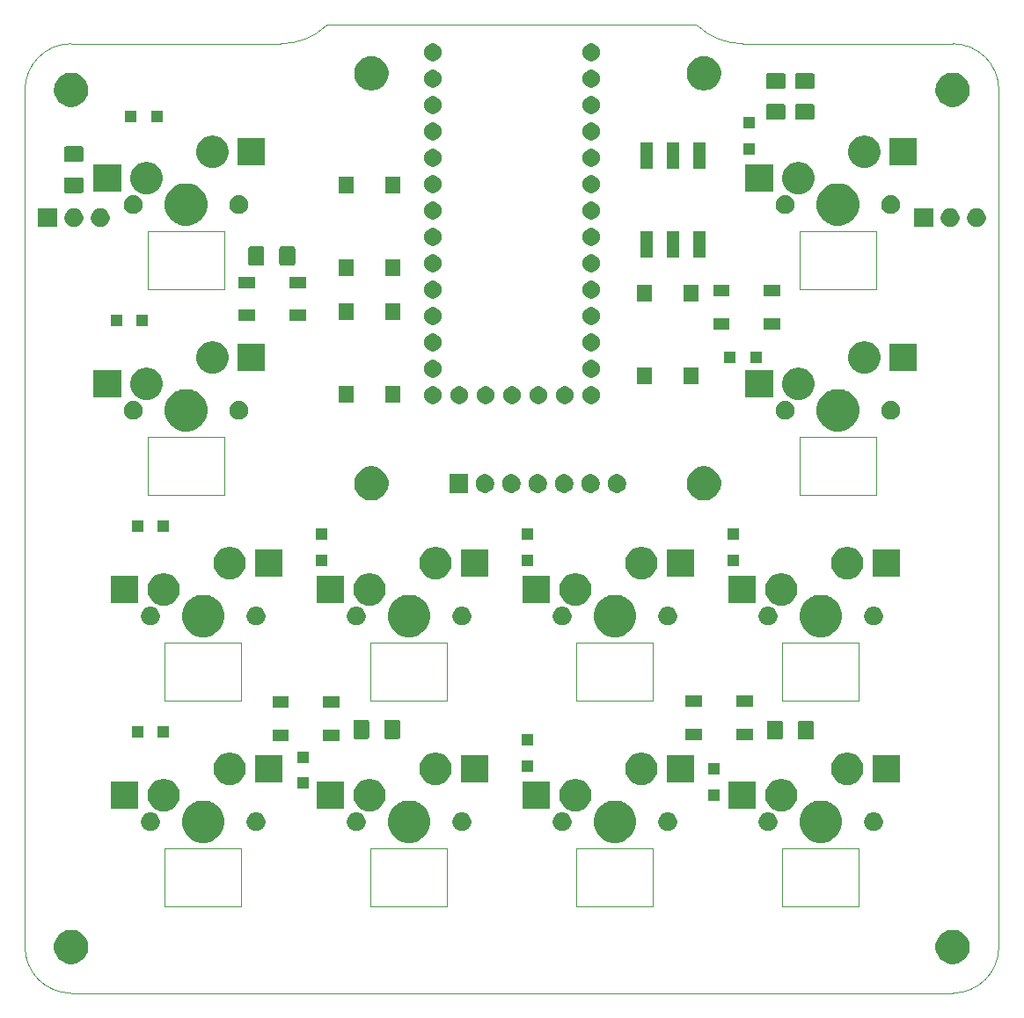
<source format=gbr>
G04 #@! TF.GenerationSoftware,KiCad,Pcbnew,(5.1.6)-1*
G04 #@! TF.CreationDate,2020-07-03T23:32:01-07:00*
G04 #@! TF.ProjectId,keypadV2,6b657970-6164-4563-922e-6b696361645f,rev?*
G04 #@! TF.SameCoordinates,Original*
G04 #@! TF.FileFunction,Soldermask,Bot*
G04 #@! TF.FilePolarity,Negative*
%FSLAX46Y46*%
G04 Gerber Fmt 4.6, Leading zero omitted, Abs format (unit mm)*
G04 Created by KiCad (PCBNEW (5.1.6)-1) date 2020-07-03 23:32:01*
%MOMM*%
%LPD*%
G01*
G04 APERTURE LIST*
G04 #@! TA.AperFunction,Profile*
%ADD10C,0.050000*%
G04 #@! TD*
G04 #@! TA.AperFunction,Profile*
%ADD11C,0.120000*%
G04 #@! TD*
%ADD12C,0.100000*%
G04 APERTURE END LIST*
D10*
X154178000Y-69024500D02*
X154178000Y-63436500D01*
X146812000Y-69024500D02*
X154178000Y-69024500D01*
X154178000Y-63436500D02*
X146812000Y-63436500D01*
X146812000Y-63436500D02*
X146812000Y-69024500D01*
X154178000Y-88836500D02*
X154178000Y-83248500D01*
X146812000Y-88836500D02*
X154178000Y-88836500D01*
X154178000Y-83248500D02*
X146812000Y-83248500D01*
X146812000Y-83248500D02*
X146812000Y-88836500D01*
X155829000Y-108648500D02*
X155829000Y-103060500D01*
X148463000Y-108648500D02*
X155829000Y-108648500D01*
X155829000Y-103060500D02*
X148463000Y-103060500D01*
X148463000Y-103060500D02*
X148463000Y-108648500D01*
X155829000Y-128460500D02*
X155829000Y-122872500D01*
X148463000Y-128460500D02*
X155829000Y-128460500D01*
X155829000Y-122872500D02*
X148463000Y-122872500D01*
X148463000Y-122872500D02*
X148463000Y-128460500D01*
X175641000Y-128460500D02*
X175641000Y-122872500D01*
X168275000Y-128460500D02*
X175641000Y-128460500D01*
X175641000Y-122872500D02*
X168275000Y-122872500D01*
X168275000Y-122872500D02*
X168275000Y-128460500D01*
X175641000Y-108648500D02*
X175641000Y-103060500D01*
X168275000Y-108648500D02*
X175641000Y-108648500D01*
X175641000Y-103060500D02*
X168275000Y-103060500D01*
X168275000Y-103060500D02*
X168275000Y-108648500D01*
X195453000Y-108648500D02*
X195453000Y-103060500D01*
X188087000Y-108648500D02*
X195453000Y-108648500D01*
X195453000Y-103060500D02*
X188087000Y-103060500D01*
X188087000Y-103060500D02*
X188087000Y-108648500D01*
X195453000Y-128460500D02*
X195453000Y-122872500D01*
X188087000Y-128460500D02*
X195453000Y-128460500D01*
X195453000Y-122872500D02*
X188087000Y-122872500D01*
X188087000Y-122872500D02*
X188087000Y-128460500D01*
X215265000Y-128460500D02*
X215265000Y-122872500D01*
X207899000Y-128460500D02*
X215265000Y-128460500D01*
X215265000Y-122872500D02*
X207899000Y-122872500D01*
X207899000Y-122872500D02*
X207899000Y-128460500D01*
X215265000Y-108648500D02*
X215265000Y-103060500D01*
X207899000Y-108648500D02*
X215265000Y-108648500D01*
X215265000Y-103060500D02*
X207899000Y-103060500D01*
X207899000Y-103060500D02*
X207899000Y-108648500D01*
X216916000Y-83248500D02*
X209550000Y-83248500D01*
X209550000Y-88836500D02*
X216916000Y-88836500D01*
X216916000Y-88836500D02*
X216916000Y-83248500D01*
X209550000Y-83248500D02*
X209550000Y-88836500D01*
X216916000Y-69024500D02*
X216916000Y-63436500D01*
X209550000Y-69024500D02*
X216916000Y-69024500D01*
X209550000Y-63436500D02*
X209550000Y-69024500D01*
X216916000Y-63436500D02*
X209550000Y-63436500D01*
X224282000Y-45402500D02*
X204089000Y-45402500D01*
X199459533Y-43557442D02*
X164268467Y-43557442D01*
X199728941Y-43669034D02*
G75*
G03*
X204089000Y-45402500I4360059J4616534D01*
G01*
X199728941Y-43669034D02*
G75*
G03*
X199459533Y-43557442I-269408J-269408D01*
G01*
X163999059Y-43669034D02*
G75*
G02*
X164268467Y-43557442I269408J-269408D01*
G01*
X163999059Y-43669034D02*
G75*
G02*
X159639000Y-45402500I-4360059J4616534D01*
G01*
X139446000Y-45402500D02*
X159639000Y-45402500D01*
X135001000Y-49847500D02*
X135001000Y-132397500D01*
X224282000Y-136842500D02*
X139446000Y-136842500D01*
X228727000Y-49847500D02*
X228727000Y-132397500D01*
D11*
X135001000Y-49847500D02*
G75*
G02*
X139446000Y-45402500I4445000J0D01*
G01*
X224282000Y-45402500D02*
G75*
G02*
X228727000Y-49847500I0J-4445000D01*
G01*
X228727000Y-132397500D02*
G75*
G02*
X224282000Y-136842500I-4445000J0D01*
G01*
X139446000Y-136842500D02*
G75*
G02*
X135001000Y-132397500I0J4445000D01*
G01*
D12*
G36*
X224657256Y-130788798D02*
G01*
X224763579Y-130809947D01*
X225064042Y-130934403D01*
X225334451Y-131115085D01*
X225564415Y-131345049D01*
X225745097Y-131615458D01*
X225869553Y-131915921D01*
X225933000Y-132234891D01*
X225933000Y-132560109D01*
X225869553Y-132879079D01*
X225745097Y-133179542D01*
X225564415Y-133449951D01*
X225334451Y-133679915D01*
X225064042Y-133860597D01*
X224763579Y-133985053D01*
X224657256Y-134006202D01*
X224444611Y-134048500D01*
X224119389Y-134048500D01*
X223906744Y-134006202D01*
X223800421Y-133985053D01*
X223499958Y-133860597D01*
X223229549Y-133679915D01*
X222999585Y-133449951D01*
X222818903Y-133179542D01*
X222694447Y-132879079D01*
X222631000Y-132560109D01*
X222631000Y-132234891D01*
X222694447Y-131915921D01*
X222818903Y-131615458D01*
X222999585Y-131345049D01*
X223229549Y-131115085D01*
X223499958Y-130934403D01*
X223800421Y-130809947D01*
X223906744Y-130788798D01*
X224119389Y-130746500D01*
X224444611Y-130746500D01*
X224657256Y-130788798D01*
G37*
G36*
X139821256Y-130788798D02*
G01*
X139927579Y-130809947D01*
X140228042Y-130934403D01*
X140498451Y-131115085D01*
X140728415Y-131345049D01*
X140909097Y-131615458D01*
X141033553Y-131915921D01*
X141097000Y-132234891D01*
X141097000Y-132560109D01*
X141033553Y-132879079D01*
X140909097Y-133179542D01*
X140728415Y-133449951D01*
X140498451Y-133679915D01*
X140228042Y-133860597D01*
X139927579Y-133985053D01*
X139821256Y-134006202D01*
X139608611Y-134048500D01*
X139283389Y-134048500D01*
X139070744Y-134006202D01*
X138964421Y-133985053D01*
X138663958Y-133860597D01*
X138393549Y-133679915D01*
X138163585Y-133449951D01*
X137982903Y-133179542D01*
X137858447Y-132879079D01*
X137795000Y-132560109D01*
X137795000Y-132234891D01*
X137858447Y-131915921D01*
X137982903Y-131615458D01*
X138163585Y-131345049D01*
X138393549Y-131115085D01*
X138663958Y-130934403D01*
X138964421Y-130809947D01*
X139070744Y-130788798D01*
X139283389Y-130746500D01*
X139608611Y-130746500D01*
X139821256Y-130788798D01*
G37*
G36*
X152742474Y-118366184D02*
G01*
X152960474Y-118456483D01*
X153114623Y-118520333D01*
X153449548Y-118744123D01*
X153734377Y-119028952D01*
X153958167Y-119363877D01*
X154022017Y-119518026D01*
X154112316Y-119736026D01*
X154190900Y-120131094D01*
X154190900Y-120533906D01*
X154112316Y-120928974D01*
X154028322Y-121131753D01*
X153958167Y-121301123D01*
X153734377Y-121636048D01*
X153449548Y-121920877D01*
X153114623Y-122144667D01*
X152960474Y-122208517D01*
X152742474Y-122298816D01*
X152347406Y-122377400D01*
X151944594Y-122377400D01*
X151549526Y-122298816D01*
X151331526Y-122208517D01*
X151177377Y-122144667D01*
X150842452Y-121920877D01*
X150557623Y-121636048D01*
X150333833Y-121301123D01*
X150263678Y-121131753D01*
X150179684Y-120928974D01*
X150101100Y-120533906D01*
X150101100Y-120131094D01*
X150179684Y-119736026D01*
X150269983Y-119518026D01*
X150333833Y-119363877D01*
X150557623Y-119028952D01*
X150842452Y-118744123D01*
X151177377Y-118520333D01*
X151331526Y-118456483D01*
X151549526Y-118366184D01*
X151944594Y-118287600D01*
X152347406Y-118287600D01*
X152742474Y-118366184D01*
G37*
G36*
X192366474Y-118366184D02*
G01*
X192584474Y-118456483D01*
X192738623Y-118520333D01*
X193073548Y-118744123D01*
X193358377Y-119028952D01*
X193582167Y-119363877D01*
X193646017Y-119518026D01*
X193736316Y-119736026D01*
X193814900Y-120131094D01*
X193814900Y-120533906D01*
X193736316Y-120928974D01*
X193652322Y-121131753D01*
X193582167Y-121301123D01*
X193358377Y-121636048D01*
X193073548Y-121920877D01*
X192738623Y-122144667D01*
X192584474Y-122208517D01*
X192366474Y-122298816D01*
X191971406Y-122377400D01*
X191568594Y-122377400D01*
X191173526Y-122298816D01*
X190955526Y-122208517D01*
X190801377Y-122144667D01*
X190466452Y-121920877D01*
X190181623Y-121636048D01*
X189957833Y-121301123D01*
X189887678Y-121131753D01*
X189803684Y-120928974D01*
X189725100Y-120533906D01*
X189725100Y-120131094D01*
X189803684Y-119736026D01*
X189893983Y-119518026D01*
X189957833Y-119363877D01*
X190181623Y-119028952D01*
X190466452Y-118744123D01*
X190801377Y-118520333D01*
X190955526Y-118456483D01*
X191173526Y-118366184D01*
X191568594Y-118287600D01*
X191971406Y-118287600D01*
X192366474Y-118366184D01*
G37*
G36*
X212178474Y-118366184D02*
G01*
X212396474Y-118456483D01*
X212550623Y-118520333D01*
X212885548Y-118744123D01*
X213170377Y-119028952D01*
X213394167Y-119363877D01*
X213458017Y-119518026D01*
X213548316Y-119736026D01*
X213626900Y-120131094D01*
X213626900Y-120533906D01*
X213548316Y-120928974D01*
X213464322Y-121131753D01*
X213394167Y-121301123D01*
X213170377Y-121636048D01*
X212885548Y-121920877D01*
X212550623Y-122144667D01*
X212396474Y-122208517D01*
X212178474Y-122298816D01*
X211783406Y-122377400D01*
X211380594Y-122377400D01*
X210985526Y-122298816D01*
X210767526Y-122208517D01*
X210613377Y-122144667D01*
X210278452Y-121920877D01*
X209993623Y-121636048D01*
X209769833Y-121301123D01*
X209699678Y-121131753D01*
X209615684Y-120928974D01*
X209537100Y-120533906D01*
X209537100Y-120131094D01*
X209615684Y-119736026D01*
X209705983Y-119518026D01*
X209769833Y-119363877D01*
X209993623Y-119028952D01*
X210278452Y-118744123D01*
X210613377Y-118520333D01*
X210767526Y-118456483D01*
X210985526Y-118366184D01*
X211380594Y-118287600D01*
X211783406Y-118287600D01*
X212178474Y-118366184D01*
G37*
G36*
X172554474Y-118366184D02*
G01*
X172772474Y-118456483D01*
X172926623Y-118520333D01*
X173261548Y-118744123D01*
X173546377Y-119028952D01*
X173770167Y-119363877D01*
X173834017Y-119518026D01*
X173924316Y-119736026D01*
X174002900Y-120131094D01*
X174002900Y-120533906D01*
X173924316Y-120928974D01*
X173840322Y-121131753D01*
X173770167Y-121301123D01*
X173546377Y-121636048D01*
X173261548Y-121920877D01*
X172926623Y-122144667D01*
X172772474Y-122208517D01*
X172554474Y-122298816D01*
X172159406Y-122377400D01*
X171756594Y-122377400D01*
X171361526Y-122298816D01*
X171143526Y-122208517D01*
X170989377Y-122144667D01*
X170654452Y-121920877D01*
X170369623Y-121636048D01*
X170145833Y-121301123D01*
X170075678Y-121131753D01*
X169991684Y-120928974D01*
X169913100Y-120533906D01*
X169913100Y-120131094D01*
X169991684Y-119736026D01*
X170081983Y-119518026D01*
X170145833Y-119363877D01*
X170369623Y-119028952D01*
X170654452Y-118744123D01*
X170989377Y-118520333D01*
X171143526Y-118456483D01*
X171361526Y-118366184D01*
X171756594Y-118287600D01*
X172159406Y-118287600D01*
X172554474Y-118366184D01*
G37*
G36*
X216837952Y-119447929D02*
G01*
X216925075Y-119465259D01*
X217034498Y-119510584D01*
X217089211Y-119533247D01*
X217235933Y-119631283D01*
X217236928Y-119631948D01*
X217362552Y-119757572D01*
X217362554Y-119757575D01*
X217461253Y-119905289D01*
X217461253Y-119905290D01*
X217529241Y-120069425D01*
X217563900Y-120243671D01*
X217563900Y-120421329D01*
X217529241Y-120595575D01*
X217483916Y-120704998D01*
X217461253Y-120759711D01*
X217363217Y-120906433D01*
X217362552Y-120907428D01*
X217236928Y-121033052D01*
X217236925Y-121033054D01*
X217089211Y-121131753D01*
X217034498Y-121154416D01*
X216925075Y-121199741D01*
X216837952Y-121217070D01*
X216750831Y-121234400D01*
X216573169Y-121234400D01*
X216486048Y-121217070D01*
X216398925Y-121199741D01*
X216289502Y-121154416D01*
X216234789Y-121131753D01*
X216087075Y-121033054D01*
X216087072Y-121033052D01*
X215961448Y-120907428D01*
X215960783Y-120906433D01*
X215862747Y-120759711D01*
X215840084Y-120704998D01*
X215794759Y-120595575D01*
X215760100Y-120421329D01*
X215760100Y-120243671D01*
X215794759Y-120069425D01*
X215862747Y-119905290D01*
X215862747Y-119905289D01*
X215961446Y-119757575D01*
X215961448Y-119757572D01*
X216087072Y-119631948D01*
X216088067Y-119631283D01*
X216234789Y-119533247D01*
X216289502Y-119510584D01*
X216398925Y-119465259D01*
X216486048Y-119447929D01*
X216573169Y-119430600D01*
X216750831Y-119430600D01*
X216837952Y-119447929D01*
G37*
G36*
X147241952Y-119447929D02*
G01*
X147329075Y-119465259D01*
X147438498Y-119510584D01*
X147493211Y-119533247D01*
X147639933Y-119631283D01*
X147640928Y-119631948D01*
X147766552Y-119757572D01*
X147766554Y-119757575D01*
X147865253Y-119905289D01*
X147865253Y-119905290D01*
X147933241Y-120069425D01*
X147967900Y-120243671D01*
X147967900Y-120421329D01*
X147933241Y-120595575D01*
X147887916Y-120704998D01*
X147865253Y-120759711D01*
X147767217Y-120906433D01*
X147766552Y-120907428D01*
X147640928Y-121033052D01*
X147640925Y-121033054D01*
X147493211Y-121131753D01*
X147438498Y-121154416D01*
X147329075Y-121199741D01*
X147241952Y-121217070D01*
X147154831Y-121234400D01*
X146977169Y-121234400D01*
X146890048Y-121217070D01*
X146802925Y-121199741D01*
X146693502Y-121154416D01*
X146638789Y-121131753D01*
X146491075Y-121033054D01*
X146491072Y-121033052D01*
X146365448Y-120907428D01*
X146364783Y-120906433D01*
X146266747Y-120759711D01*
X146244084Y-120704998D01*
X146198759Y-120595575D01*
X146164100Y-120421329D01*
X146164100Y-120243671D01*
X146198759Y-120069425D01*
X146266747Y-119905290D01*
X146266747Y-119905289D01*
X146365446Y-119757575D01*
X146365448Y-119757572D01*
X146491072Y-119631948D01*
X146492067Y-119631283D01*
X146638789Y-119533247D01*
X146693502Y-119510584D01*
X146802925Y-119465259D01*
X146890048Y-119447929D01*
X146977169Y-119430600D01*
X147154831Y-119430600D01*
X147241952Y-119447929D01*
G37*
G36*
X157401952Y-119447929D02*
G01*
X157489075Y-119465259D01*
X157598498Y-119510584D01*
X157653211Y-119533247D01*
X157799933Y-119631283D01*
X157800928Y-119631948D01*
X157926552Y-119757572D01*
X157926554Y-119757575D01*
X158025253Y-119905289D01*
X158025253Y-119905290D01*
X158093241Y-120069425D01*
X158127900Y-120243671D01*
X158127900Y-120421329D01*
X158093241Y-120595575D01*
X158047916Y-120704998D01*
X158025253Y-120759711D01*
X157927217Y-120906433D01*
X157926552Y-120907428D01*
X157800928Y-121033052D01*
X157800925Y-121033054D01*
X157653211Y-121131753D01*
X157598498Y-121154416D01*
X157489075Y-121199741D01*
X157401952Y-121217070D01*
X157314831Y-121234400D01*
X157137169Y-121234400D01*
X157050048Y-121217070D01*
X156962925Y-121199741D01*
X156853502Y-121154416D01*
X156798789Y-121131753D01*
X156651075Y-121033054D01*
X156651072Y-121033052D01*
X156525448Y-120907428D01*
X156524783Y-120906433D01*
X156426747Y-120759711D01*
X156404084Y-120704998D01*
X156358759Y-120595575D01*
X156324100Y-120421329D01*
X156324100Y-120243671D01*
X156358759Y-120069425D01*
X156426747Y-119905290D01*
X156426747Y-119905289D01*
X156525446Y-119757575D01*
X156525448Y-119757572D01*
X156651072Y-119631948D01*
X156652067Y-119631283D01*
X156798789Y-119533247D01*
X156853502Y-119510584D01*
X156962925Y-119465259D01*
X157050048Y-119447929D01*
X157137169Y-119430600D01*
X157314831Y-119430600D01*
X157401952Y-119447929D01*
G37*
G36*
X167053952Y-119447929D02*
G01*
X167141075Y-119465259D01*
X167250498Y-119510584D01*
X167305211Y-119533247D01*
X167451933Y-119631283D01*
X167452928Y-119631948D01*
X167578552Y-119757572D01*
X167578554Y-119757575D01*
X167677253Y-119905289D01*
X167677253Y-119905290D01*
X167745241Y-120069425D01*
X167779900Y-120243671D01*
X167779900Y-120421329D01*
X167745241Y-120595575D01*
X167699916Y-120704998D01*
X167677253Y-120759711D01*
X167579217Y-120906433D01*
X167578552Y-120907428D01*
X167452928Y-121033052D01*
X167452925Y-121033054D01*
X167305211Y-121131753D01*
X167250498Y-121154416D01*
X167141075Y-121199741D01*
X167053952Y-121217070D01*
X166966831Y-121234400D01*
X166789169Y-121234400D01*
X166702048Y-121217070D01*
X166614925Y-121199741D01*
X166505502Y-121154416D01*
X166450789Y-121131753D01*
X166303075Y-121033054D01*
X166303072Y-121033052D01*
X166177448Y-120907428D01*
X166176783Y-120906433D01*
X166078747Y-120759711D01*
X166056084Y-120704998D01*
X166010759Y-120595575D01*
X165976100Y-120421329D01*
X165976100Y-120243671D01*
X166010759Y-120069425D01*
X166078747Y-119905290D01*
X166078747Y-119905289D01*
X166177446Y-119757575D01*
X166177448Y-119757572D01*
X166303072Y-119631948D01*
X166304067Y-119631283D01*
X166450789Y-119533247D01*
X166505502Y-119510584D01*
X166614925Y-119465259D01*
X166702048Y-119447929D01*
X166789169Y-119430600D01*
X166966831Y-119430600D01*
X167053952Y-119447929D01*
G37*
G36*
X177213952Y-119447929D02*
G01*
X177301075Y-119465259D01*
X177410498Y-119510584D01*
X177465211Y-119533247D01*
X177611933Y-119631283D01*
X177612928Y-119631948D01*
X177738552Y-119757572D01*
X177738554Y-119757575D01*
X177837253Y-119905289D01*
X177837253Y-119905290D01*
X177905241Y-120069425D01*
X177939900Y-120243671D01*
X177939900Y-120421329D01*
X177905241Y-120595575D01*
X177859916Y-120704998D01*
X177837253Y-120759711D01*
X177739217Y-120906433D01*
X177738552Y-120907428D01*
X177612928Y-121033052D01*
X177612925Y-121033054D01*
X177465211Y-121131753D01*
X177410498Y-121154416D01*
X177301075Y-121199741D01*
X177213952Y-121217070D01*
X177126831Y-121234400D01*
X176949169Y-121234400D01*
X176862048Y-121217070D01*
X176774925Y-121199741D01*
X176665502Y-121154416D01*
X176610789Y-121131753D01*
X176463075Y-121033054D01*
X176463072Y-121033052D01*
X176337448Y-120907428D01*
X176336783Y-120906433D01*
X176238747Y-120759711D01*
X176216084Y-120704998D01*
X176170759Y-120595575D01*
X176136100Y-120421329D01*
X176136100Y-120243671D01*
X176170759Y-120069425D01*
X176238747Y-119905290D01*
X176238747Y-119905289D01*
X176337446Y-119757575D01*
X176337448Y-119757572D01*
X176463072Y-119631948D01*
X176464067Y-119631283D01*
X176610789Y-119533247D01*
X176665502Y-119510584D01*
X176774925Y-119465259D01*
X176862048Y-119447929D01*
X176949169Y-119430600D01*
X177126831Y-119430600D01*
X177213952Y-119447929D01*
G37*
G36*
X206677952Y-119447929D02*
G01*
X206765075Y-119465259D01*
X206874498Y-119510584D01*
X206929211Y-119533247D01*
X207075933Y-119631283D01*
X207076928Y-119631948D01*
X207202552Y-119757572D01*
X207202554Y-119757575D01*
X207301253Y-119905289D01*
X207301253Y-119905290D01*
X207369241Y-120069425D01*
X207403900Y-120243671D01*
X207403900Y-120421329D01*
X207369241Y-120595575D01*
X207323916Y-120704998D01*
X207301253Y-120759711D01*
X207203217Y-120906433D01*
X207202552Y-120907428D01*
X207076928Y-121033052D01*
X207076925Y-121033054D01*
X206929211Y-121131753D01*
X206874498Y-121154416D01*
X206765075Y-121199741D01*
X206677952Y-121217070D01*
X206590831Y-121234400D01*
X206413169Y-121234400D01*
X206326048Y-121217070D01*
X206238925Y-121199741D01*
X206129502Y-121154416D01*
X206074789Y-121131753D01*
X205927075Y-121033054D01*
X205927072Y-121033052D01*
X205801448Y-120907428D01*
X205800783Y-120906433D01*
X205702747Y-120759711D01*
X205680084Y-120704998D01*
X205634759Y-120595575D01*
X205600100Y-120421329D01*
X205600100Y-120243671D01*
X205634759Y-120069425D01*
X205702747Y-119905290D01*
X205702747Y-119905289D01*
X205801446Y-119757575D01*
X205801448Y-119757572D01*
X205927072Y-119631948D01*
X205928067Y-119631283D01*
X206074789Y-119533247D01*
X206129502Y-119510584D01*
X206238925Y-119465259D01*
X206326048Y-119447929D01*
X206413169Y-119430600D01*
X206590831Y-119430600D01*
X206677952Y-119447929D01*
G37*
G36*
X197025952Y-119447929D02*
G01*
X197113075Y-119465259D01*
X197222498Y-119510584D01*
X197277211Y-119533247D01*
X197423933Y-119631283D01*
X197424928Y-119631948D01*
X197550552Y-119757572D01*
X197550554Y-119757575D01*
X197649253Y-119905289D01*
X197649253Y-119905290D01*
X197717241Y-120069425D01*
X197751900Y-120243671D01*
X197751900Y-120421329D01*
X197717241Y-120595575D01*
X197671916Y-120704998D01*
X197649253Y-120759711D01*
X197551217Y-120906433D01*
X197550552Y-120907428D01*
X197424928Y-121033052D01*
X197424925Y-121033054D01*
X197277211Y-121131753D01*
X197222498Y-121154416D01*
X197113075Y-121199741D01*
X197025952Y-121217070D01*
X196938831Y-121234400D01*
X196761169Y-121234400D01*
X196674048Y-121217070D01*
X196586925Y-121199741D01*
X196477502Y-121154416D01*
X196422789Y-121131753D01*
X196275075Y-121033054D01*
X196275072Y-121033052D01*
X196149448Y-120907428D01*
X196148783Y-120906433D01*
X196050747Y-120759711D01*
X196028084Y-120704998D01*
X195982759Y-120595575D01*
X195948100Y-120421329D01*
X195948100Y-120243671D01*
X195982759Y-120069425D01*
X196050747Y-119905290D01*
X196050747Y-119905289D01*
X196149446Y-119757575D01*
X196149448Y-119757572D01*
X196275072Y-119631948D01*
X196276067Y-119631283D01*
X196422789Y-119533247D01*
X196477502Y-119510584D01*
X196586925Y-119465259D01*
X196674048Y-119447929D01*
X196761169Y-119430600D01*
X196938831Y-119430600D01*
X197025952Y-119447929D01*
G37*
G36*
X186865952Y-119447929D02*
G01*
X186953075Y-119465259D01*
X187062498Y-119510584D01*
X187117211Y-119533247D01*
X187263933Y-119631283D01*
X187264928Y-119631948D01*
X187390552Y-119757572D01*
X187390554Y-119757575D01*
X187489253Y-119905289D01*
X187489253Y-119905290D01*
X187557241Y-120069425D01*
X187591900Y-120243671D01*
X187591900Y-120421329D01*
X187557241Y-120595575D01*
X187511916Y-120704998D01*
X187489253Y-120759711D01*
X187391217Y-120906433D01*
X187390552Y-120907428D01*
X187264928Y-121033052D01*
X187264925Y-121033054D01*
X187117211Y-121131753D01*
X187062498Y-121154416D01*
X186953075Y-121199741D01*
X186865952Y-121217070D01*
X186778831Y-121234400D01*
X186601169Y-121234400D01*
X186514048Y-121217070D01*
X186426925Y-121199741D01*
X186317502Y-121154416D01*
X186262789Y-121131753D01*
X186115075Y-121033054D01*
X186115072Y-121033052D01*
X185989448Y-120907428D01*
X185988783Y-120906433D01*
X185890747Y-120759711D01*
X185868084Y-120704998D01*
X185822759Y-120595575D01*
X185788100Y-120421329D01*
X185788100Y-120243671D01*
X185822759Y-120069425D01*
X185890747Y-119905290D01*
X185890747Y-119905289D01*
X185989446Y-119757575D01*
X185989448Y-119757572D01*
X186115072Y-119631948D01*
X186116067Y-119631283D01*
X186262789Y-119533247D01*
X186317502Y-119510584D01*
X186426925Y-119465259D01*
X186514048Y-119447929D01*
X186601169Y-119430600D01*
X186778831Y-119430600D01*
X186865952Y-119447929D01*
G37*
G36*
X188262585Y-116271302D02*
G01*
X188412410Y-116301104D01*
X188694674Y-116418021D01*
X188948705Y-116587759D01*
X189164741Y-116803795D01*
X189334479Y-117057826D01*
X189451396Y-117340090D01*
X189511000Y-117639740D01*
X189511000Y-117945260D01*
X189451396Y-118244910D01*
X189334479Y-118527174D01*
X189164741Y-118781205D01*
X188948705Y-118997241D01*
X188694674Y-119166979D01*
X188412410Y-119283896D01*
X188262585Y-119313698D01*
X188112761Y-119343500D01*
X187807239Y-119343500D01*
X187657415Y-119313698D01*
X187507590Y-119283896D01*
X187225326Y-119166979D01*
X186971295Y-118997241D01*
X186755259Y-118781205D01*
X186585521Y-118527174D01*
X186468604Y-118244910D01*
X186409000Y-117945260D01*
X186409000Y-117639740D01*
X186468604Y-117340090D01*
X186585521Y-117057826D01*
X186755259Y-116803795D01*
X186971295Y-116587759D01*
X187225326Y-116418021D01*
X187507590Y-116301104D01*
X187657415Y-116271302D01*
X187807239Y-116241500D01*
X188112761Y-116241500D01*
X188262585Y-116271302D01*
G37*
G36*
X168450585Y-116271302D02*
G01*
X168600410Y-116301104D01*
X168882674Y-116418021D01*
X169136705Y-116587759D01*
X169352741Y-116803795D01*
X169522479Y-117057826D01*
X169639396Y-117340090D01*
X169699000Y-117639740D01*
X169699000Y-117945260D01*
X169639396Y-118244910D01*
X169522479Y-118527174D01*
X169352741Y-118781205D01*
X169136705Y-118997241D01*
X168882674Y-119166979D01*
X168600410Y-119283896D01*
X168450585Y-119313698D01*
X168300761Y-119343500D01*
X167995239Y-119343500D01*
X167845415Y-119313698D01*
X167695590Y-119283896D01*
X167413326Y-119166979D01*
X167159295Y-118997241D01*
X166943259Y-118781205D01*
X166773521Y-118527174D01*
X166656604Y-118244910D01*
X166597000Y-117945260D01*
X166597000Y-117639740D01*
X166656604Y-117340090D01*
X166773521Y-117057826D01*
X166943259Y-116803795D01*
X167159295Y-116587759D01*
X167413326Y-116418021D01*
X167695590Y-116301104D01*
X167845415Y-116271302D01*
X167995239Y-116241500D01*
X168300761Y-116241500D01*
X168450585Y-116271302D01*
G37*
G36*
X148638585Y-116271302D02*
G01*
X148788410Y-116301104D01*
X149070674Y-116418021D01*
X149324705Y-116587759D01*
X149540741Y-116803795D01*
X149710479Y-117057826D01*
X149827396Y-117340090D01*
X149887000Y-117639740D01*
X149887000Y-117945260D01*
X149827396Y-118244910D01*
X149710479Y-118527174D01*
X149540741Y-118781205D01*
X149324705Y-118997241D01*
X149070674Y-119166979D01*
X148788410Y-119283896D01*
X148638585Y-119313698D01*
X148488761Y-119343500D01*
X148183239Y-119343500D01*
X148033415Y-119313698D01*
X147883590Y-119283896D01*
X147601326Y-119166979D01*
X147347295Y-118997241D01*
X147131259Y-118781205D01*
X146961521Y-118527174D01*
X146844604Y-118244910D01*
X146785000Y-117945260D01*
X146785000Y-117639740D01*
X146844604Y-117340090D01*
X146961521Y-117057826D01*
X147131259Y-116803795D01*
X147347295Y-116587759D01*
X147601326Y-116418021D01*
X147883590Y-116301104D01*
X148033415Y-116271302D01*
X148183239Y-116241500D01*
X148488761Y-116241500D01*
X148638585Y-116271302D01*
G37*
G36*
X208074585Y-116271302D02*
G01*
X208224410Y-116301104D01*
X208506674Y-116418021D01*
X208760705Y-116587759D01*
X208976741Y-116803795D01*
X209146479Y-117057826D01*
X209263396Y-117340090D01*
X209323000Y-117639740D01*
X209323000Y-117945260D01*
X209263396Y-118244910D01*
X209146479Y-118527174D01*
X208976741Y-118781205D01*
X208760705Y-118997241D01*
X208506674Y-119166979D01*
X208224410Y-119283896D01*
X208074585Y-119313698D01*
X207924761Y-119343500D01*
X207619239Y-119343500D01*
X207469415Y-119313698D01*
X207319590Y-119283896D01*
X207037326Y-119166979D01*
X206783295Y-118997241D01*
X206567259Y-118781205D01*
X206397521Y-118527174D01*
X206280604Y-118244910D01*
X206221000Y-117945260D01*
X206221000Y-117639740D01*
X206280604Y-117340090D01*
X206397521Y-117057826D01*
X206567259Y-116803795D01*
X206783295Y-116587759D01*
X207037326Y-116418021D01*
X207319590Y-116301104D01*
X207469415Y-116271302D01*
X207619239Y-116241500D01*
X207924761Y-116241500D01*
X208074585Y-116271302D01*
G37*
G36*
X145912000Y-119093500D02*
G01*
X143260000Y-119093500D01*
X143260000Y-116491500D01*
X145912000Y-116491500D01*
X145912000Y-119093500D01*
G37*
G36*
X205348000Y-119093500D02*
G01*
X202696000Y-119093500D01*
X202696000Y-116491500D01*
X205348000Y-116491500D01*
X205348000Y-119093500D01*
G37*
G36*
X185536000Y-119093500D02*
G01*
X182884000Y-119093500D01*
X182884000Y-116491500D01*
X185536000Y-116491500D01*
X185536000Y-119093500D01*
G37*
G36*
X165724000Y-119093500D02*
G01*
X163072000Y-119093500D01*
X163072000Y-116491500D01*
X165724000Y-116491500D01*
X165724000Y-119093500D01*
G37*
G36*
X201846000Y-118323500D02*
G01*
X200744000Y-118323500D01*
X200744000Y-117221500D01*
X201846000Y-117221500D01*
X201846000Y-118323500D01*
G37*
G36*
X162349000Y-117180500D02*
G01*
X161247000Y-117180500D01*
X161247000Y-116078500D01*
X162349000Y-116078500D01*
X162349000Y-117180500D01*
G37*
G36*
X154988585Y-113731302D02*
G01*
X155138410Y-113761104D01*
X155420674Y-113878021D01*
X155674705Y-114047759D01*
X155890741Y-114263795D01*
X156060479Y-114517826D01*
X156177396Y-114800090D01*
X156237000Y-115099740D01*
X156237000Y-115405260D01*
X156177396Y-115704910D01*
X156060479Y-115987174D01*
X155890741Y-116241205D01*
X155674705Y-116457241D01*
X155420674Y-116626979D01*
X155138410Y-116743896D01*
X154988585Y-116773698D01*
X154838761Y-116803500D01*
X154533239Y-116803500D01*
X154383415Y-116773698D01*
X154233590Y-116743896D01*
X153951326Y-116626979D01*
X153697295Y-116457241D01*
X153481259Y-116241205D01*
X153311521Y-115987174D01*
X153194604Y-115704910D01*
X153135000Y-115405260D01*
X153135000Y-115099740D01*
X153194604Y-114800090D01*
X153311521Y-114517826D01*
X153481259Y-114263795D01*
X153697295Y-114047759D01*
X153951326Y-113878021D01*
X154233590Y-113761104D01*
X154383415Y-113731302D01*
X154533239Y-113701500D01*
X154838761Y-113701500D01*
X154988585Y-113731302D01*
G37*
G36*
X214424585Y-113731302D02*
G01*
X214574410Y-113761104D01*
X214856674Y-113878021D01*
X215110705Y-114047759D01*
X215326741Y-114263795D01*
X215496479Y-114517826D01*
X215613396Y-114800090D01*
X215673000Y-115099740D01*
X215673000Y-115405260D01*
X215613396Y-115704910D01*
X215496479Y-115987174D01*
X215326741Y-116241205D01*
X215110705Y-116457241D01*
X214856674Y-116626979D01*
X214574410Y-116743896D01*
X214424585Y-116773698D01*
X214274761Y-116803500D01*
X213969239Y-116803500D01*
X213819415Y-116773698D01*
X213669590Y-116743896D01*
X213387326Y-116626979D01*
X213133295Y-116457241D01*
X212917259Y-116241205D01*
X212747521Y-115987174D01*
X212630604Y-115704910D01*
X212571000Y-115405260D01*
X212571000Y-115099740D01*
X212630604Y-114800090D01*
X212747521Y-114517826D01*
X212917259Y-114263795D01*
X213133295Y-114047759D01*
X213387326Y-113878021D01*
X213669590Y-113761104D01*
X213819415Y-113731302D01*
X213969239Y-113701500D01*
X214274761Y-113701500D01*
X214424585Y-113731302D01*
G37*
G36*
X174800585Y-113731302D02*
G01*
X174950410Y-113761104D01*
X175232674Y-113878021D01*
X175486705Y-114047759D01*
X175702741Y-114263795D01*
X175872479Y-114517826D01*
X175989396Y-114800090D01*
X176049000Y-115099740D01*
X176049000Y-115405260D01*
X175989396Y-115704910D01*
X175872479Y-115987174D01*
X175702741Y-116241205D01*
X175486705Y-116457241D01*
X175232674Y-116626979D01*
X174950410Y-116743896D01*
X174800585Y-116773698D01*
X174650761Y-116803500D01*
X174345239Y-116803500D01*
X174195415Y-116773698D01*
X174045590Y-116743896D01*
X173763326Y-116626979D01*
X173509295Y-116457241D01*
X173293259Y-116241205D01*
X173123521Y-115987174D01*
X173006604Y-115704910D01*
X172947000Y-115405260D01*
X172947000Y-115099740D01*
X173006604Y-114800090D01*
X173123521Y-114517826D01*
X173293259Y-114263795D01*
X173509295Y-114047759D01*
X173763326Y-113878021D01*
X174045590Y-113761104D01*
X174195415Y-113731302D01*
X174345239Y-113701500D01*
X174650761Y-113701500D01*
X174800585Y-113731302D01*
G37*
G36*
X194612585Y-113731302D02*
G01*
X194762410Y-113761104D01*
X195044674Y-113878021D01*
X195298705Y-114047759D01*
X195514741Y-114263795D01*
X195684479Y-114517826D01*
X195801396Y-114800090D01*
X195861000Y-115099740D01*
X195861000Y-115405260D01*
X195801396Y-115704910D01*
X195684479Y-115987174D01*
X195514741Y-116241205D01*
X195298705Y-116457241D01*
X195044674Y-116626979D01*
X194762410Y-116743896D01*
X194612585Y-116773698D01*
X194462761Y-116803500D01*
X194157239Y-116803500D01*
X194007415Y-116773698D01*
X193857590Y-116743896D01*
X193575326Y-116626979D01*
X193321295Y-116457241D01*
X193105259Y-116241205D01*
X192935521Y-115987174D01*
X192818604Y-115704910D01*
X192759000Y-115405260D01*
X192759000Y-115099740D01*
X192818604Y-114800090D01*
X192935521Y-114517826D01*
X193105259Y-114263795D01*
X193321295Y-114047759D01*
X193575326Y-113878021D01*
X193857590Y-113761104D01*
X194007415Y-113731302D01*
X194157239Y-113701500D01*
X194462761Y-113701500D01*
X194612585Y-113731302D01*
G37*
G36*
X199386000Y-116553500D02*
G01*
X196734000Y-116553500D01*
X196734000Y-113951500D01*
X199386000Y-113951500D01*
X199386000Y-116553500D01*
G37*
G36*
X159762000Y-116553500D02*
G01*
X157110000Y-116553500D01*
X157110000Y-113951500D01*
X159762000Y-113951500D01*
X159762000Y-116553500D01*
G37*
G36*
X219198000Y-116553500D02*
G01*
X216546000Y-116553500D01*
X216546000Y-113951500D01*
X219198000Y-113951500D01*
X219198000Y-116553500D01*
G37*
G36*
X179574000Y-116553500D02*
G01*
X176922000Y-116553500D01*
X176922000Y-113951500D01*
X179574000Y-113951500D01*
X179574000Y-116553500D01*
G37*
G36*
X201846000Y-115823500D02*
G01*
X200744000Y-115823500D01*
X200744000Y-114721500D01*
X201846000Y-114721500D01*
X201846000Y-115823500D01*
G37*
G36*
X183939000Y-115529500D02*
G01*
X182837000Y-115529500D01*
X182837000Y-114427500D01*
X183939000Y-114427500D01*
X183939000Y-115529500D01*
G37*
G36*
X162349000Y-114680500D02*
G01*
X161247000Y-114680500D01*
X161247000Y-113578500D01*
X162349000Y-113578500D01*
X162349000Y-114680500D01*
G37*
G36*
X183939000Y-113029500D02*
G01*
X182837000Y-113029500D01*
X182837000Y-111927500D01*
X183939000Y-111927500D01*
X183939000Y-113029500D01*
G37*
G36*
X160403000Y-112577500D02*
G01*
X158801000Y-112577500D01*
X158801000Y-111475500D01*
X160403000Y-111475500D01*
X160403000Y-112577500D01*
G37*
G36*
X165303000Y-112577500D02*
G01*
X163701000Y-112577500D01*
X163701000Y-111475500D01*
X165303000Y-111475500D01*
X165303000Y-112577500D01*
G37*
G36*
X200154000Y-112450500D02*
G01*
X198552000Y-112450500D01*
X198552000Y-111348500D01*
X200154000Y-111348500D01*
X200154000Y-112450500D01*
G37*
G36*
X205054000Y-112450500D02*
G01*
X203452000Y-112450500D01*
X203452000Y-111348500D01*
X205054000Y-111348500D01*
X205054000Y-112450500D01*
G37*
G36*
X207786562Y-110584181D02*
G01*
X207821481Y-110594774D01*
X207853663Y-110611976D01*
X207881873Y-110635127D01*
X207905024Y-110663337D01*
X207922226Y-110695519D01*
X207932819Y-110730438D01*
X207937000Y-110772895D01*
X207937000Y-112239105D01*
X207932819Y-112281562D01*
X207922226Y-112316481D01*
X207905024Y-112348663D01*
X207881873Y-112376873D01*
X207853663Y-112400024D01*
X207821481Y-112417226D01*
X207786562Y-112427819D01*
X207744105Y-112432000D01*
X206602895Y-112432000D01*
X206560438Y-112427819D01*
X206525519Y-112417226D01*
X206493337Y-112400024D01*
X206465127Y-112376873D01*
X206441976Y-112348663D01*
X206424774Y-112316481D01*
X206414181Y-112281562D01*
X206410000Y-112239105D01*
X206410000Y-110772895D01*
X206414181Y-110730438D01*
X206424774Y-110695519D01*
X206441976Y-110663337D01*
X206465127Y-110635127D01*
X206493337Y-110611976D01*
X206525519Y-110594774D01*
X206560438Y-110584181D01*
X206602895Y-110580000D01*
X207744105Y-110580000D01*
X207786562Y-110584181D01*
G37*
G36*
X210761562Y-110584181D02*
G01*
X210796481Y-110594774D01*
X210828663Y-110611976D01*
X210856873Y-110635127D01*
X210880024Y-110663337D01*
X210897226Y-110695519D01*
X210907819Y-110730438D01*
X210912000Y-110772895D01*
X210912000Y-112239105D01*
X210907819Y-112281562D01*
X210897226Y-112316481D01*
X210880024Y-112348663D01*
X210856873Y-112376873D01*
X210828663Y-112400024D01*
X210796481Y-112417226D01*
X210761562Y-112427819D01*
X210719105Y-112432000D01*
X209577895Y-112432000D01*
X209535438Y-112427819D01*
X209500519Y-112417226D01*
X209468337Y-112400024D01*
X209440127Y-112376873D01*
X209416976Y-112348663D01*
X209399774Y-112316481D01*
X209389181Y-112281562D01*
X209385000Y-112239105D01*
X209385000Y-110772895D01*
X209389181Y-110730438D01*
X209399774Y-110695519D01*
X209416976Y-110663337D01*
X209440127Y-110635127D01*
X209468337Y-110611976D01*
X209500519Y-110594774D01*
X209535438Y-110584181D01*
X209577895Y-110580000D01*
X210719105Y-110580000D01*
X210761562Y-110584181D01*
G37*
G36*
X170947062Y-110520681D02*
G01*
X170981981Y-110531274D01*
X171014163Y-110548476D01*
X171042373Y-110571627D01*
X171065524Y-110599837D01*
X171082726Y-110632019D01*
X171093319Y-110666938D01*
X171097500Y-110709395D01*
X171097500Y-112175605D01*
X171093319Y-112218062D01*
X171082726Y-112252981D01*
X171065524Y-112285163D01*
X171042373Y-112313373D01*
X171014163Y-112336524D01*
X170981981Y-112353726D01*
X170947062Y-112364319D01*
X170904605Y-112368500D01*
X169763395Y-112368500D01*
X169720938Y-112364319D01*
X169686019Y-112353726D01*
X169653837Y-112336524D01*
X169625627Y-112313373D01*
X169602476Y-112285163D01*
X169585274Y-112252981D01*
X169574681Y-112218062D01*
X169570500Y-112175605D01*
X169570500Y-110709395D01*
X169574681Y-110666938D01*
X169585274Y-110632019D01*
X169602476Y-110599837D01*
X169625627Y-110571627D01*
X169653837Y-110548476D01*
X169686019Y-110531274D01*
X169720938Y-110520681D01*
X169763395Y-110516500D01*
X170904605Y-110516500D01*
X170947062Y-110520681D01*
G37*
G36*
X167972062Y-110520681D02*
G01*
X168006981Y-110531274D01*
X168039163Y-110548476D01*
X168067373Y-110571627D01*
X168090524Y-110599837D01*
X168107726Y-110632019D01*
X168118319Y-110666938D01*
X168122500Y-110709395D01*
X168122500Y-112175605D01*
X168118319Y-112218062D01*
X168107726Y-112252981D01*
X168090524Y-112285163D01*
X168067373Y-112313373D01*
X168039163Y-112336524D01*
X168006981Y-112353726D01*
X167972062Y-112364319D01*
X167929605Y-112368500D01*
X166788395Y-112368500D01*
X166745938Y-112364319D01*
X166711019Y-112353726D01*
X166678837Y-112336524D01*
X166650627Y-112313373D01*
X166627476Y-112285163D01*
X166610274Y-112252981D01*
X166599681Y-112218062D01*
X166595500Y-112175605D01*
X166595500Y-110709395D01*
X166599681Y-110666938D01*
X166610274Y-110632019D01*
X166627476Y-110599837D01*
X166650627Y-110571627D01*
X166678837Y-110548476D01*
X166711019Y-110531274D01*
X166745938Y-110520681D01*
X166788395Y-110516500D01*
X167929605Y-110516500D01*
X167972062Y-110520681D01*
G37*
G36*
X146367000Y-112247500D02*
G01*
X145265000Y-112247500D01*
X145265000Y-111145500D01*
X146367000Y-111145500D01*
X146367000Y-112247500D01*
G37*
G36*
X148867000Y-112247500D02*
G01*
X147765000Y-112247500D01*
X147765000Y-111145500D01*
X148867000Y-111145500D01*
X148867000Y-112247500D01*
G37*
G36*
X160403000Y-109377500D02*
G01*
X158801000Y-109377500D01*
X158801000Y-108275500D01*
X160403000Y-108275500D01*
X160403000Y-109377500D01*
G37*
G36*
X165303000Y-109377500D02*
G01*
X163701000Y-109377500D01*
X163701000Y-108275500D01*
X165303000Y-108275500D01*
X165303000Y-109377500D01*
G37*
G36*
X205054000Y-109250500D02*
G01*
X203452000Y-109250500D01*
X203452000Y-108148500D01*
X205054000Y-108148500D01*
X205054000Y-109250500D01*
G37*
G36*
X200154000Y-109250500D02*
G01*
X198552000Y-109250500D01*
X198552000Y-108148500D01*
X200154000Y-108148500D01*
X200154000Y-109250500D01*
G37*
G36*
X192366474Y-98554184D02*
G01*
X192584474Y-98644483D01*
X192738623Y-98708333D01*
X193073548Y-98932123D01*
X193358377Y-99216952D01*
X193582167Y-99551877D01*
X193646017Y-99706026D01*
X193736316Y-99924026D01*
X193814900Y-100319094D01*
X193814900Y-100721906D01*
X193736316Y-101116974D01*
X193652322Y-101319753D01*
X193582167Y-101489123D01*
X193358377Y-101824048D01*
X193073548Y-102108877D01*
X192738623Y-102332667D01*
X192584474Y-102396517D01*
X192366474Y-102486816D01*
X191971406Y-102565400D01*
X191568594Y-102565400D01*
X191173526Y-102486816D01*
X190955526Y-102396517D01*
X190801377Y-102332667D01*
X190466452Y-102108877D01*
X190181623Y-101824048D01*
X189957833Y-101489123D01*
X189887678Y-101319753D01*
X189803684Y-101116974D01*
X189725100Y-100721906D01*
X189725100Y-100319094D01*
X189803684Y-99924026D01*
X189893983Y-99706026D01*
X189957833Y-99551877D01*
X190181623Y-99216952D01*
X190466452Y-98932123D01*
X190801377Y-98708333D01*
X190955526Y-98644483D01*
X191173526Y-98554184D01*
X191568594Y-98475600D01*
X191971406Y-98475600D01*
X192366474Y-98554184D01*
G37*
G36*
X172554474Y-98554184D02*
G01*
X172772474Y-98644483D01*
X172926623Y-98708333D01*
X173261548Y-98932123D01*
X173546377Y-99216952D01*
X173770167Y-99551877D01*
X173834017Y-99706026D01*
X173924316Y-99924026D01*
X174002900Y-100319094D01*
X174002900Y-100721906D01*
X173924316Y-101116974D01*
X173840322Y-101319753D01*
X173770167Y-101489123D01*
X173546377Y-101824048D01*
X173261548Y-102108877D01*
X172926623Y-102332667D01*
X172772474Y-102396517D01*
X172554474Y-102486816D01*
X172159406Y-102565400D01*
X171756594Y-102565400D01*
X171361526Y-102486816D01*
X171143526Y-102396517D01*
X170989377Y-102332667D01*
X170654452Y-102108877D01*
X170369623Y-101824048D01*
X170145833Y-101489123D01*
X170075678Y-101319753D01*
X169991684Y-101116974D01*
X169913100Y-100721906D01*
X169913100Y-100319094D01*
X169991684Y-99924026D01*
X170081983Y-99706026D01*
X170145833Y-99551877D01*
X170369623Y-99216952D01*
X170654452Y-98932123D01*
X170989377Y-98708333D01*
X171143526Y-98644483D01*
X171361526Y-98554184D01*
X171756594Y-98475600D01*
X172159406Y-98475600D01*
X172554474Y-98554184D01*
G37*
G36*
X212178474Y-98554184D02*
G01*
X212396474Y-98644483D01*
X212550623Y-98708333D01*
X212885548Y-98932123D01*
X213170377Y-99216952D01*
X213394167Y-99551877D01*
X213458017Y-99706026D01*
X213548316Y-99924026D01*
X213626900Y-100319094D01*
X213626900Y-100721906D01*
X213548316Y-101116974D01*
X213464322Y-101319753D01*
X213394167Y-101489123D01*
X213170377Y-101824048D01*
X212885548Y-102108877D01*
X212550623Y-102332667D01*
X212396474Y-102396517D01*
X212178474Y-102486816D01*
X211783406Y-102565400D01*
X211380594Y-102565400D01*
X210985526Y-102486816D01*
X210767526Y-102396517D01*
X210613377Y-102332667D01*
X210278452Y-102108877D01*
X209993623Y-101824048D01*
X209769833Y-101489123D01*
X209699678Y-101319753D01*
X209615684Y-101116974D01*
X209537100Y-100721906D01*
X209537100Y-100319094D01*
X209615684Y-99924026D01*
X209705983Y-99706026D01*
X209769833Y-99551877D01*
X209993623Y-99216952D01*
X210278452Y-98932123D01*
X210613377Y-98708333D01*
X210767526Y-98644483D01*
X210985526Y-98554184D01*
X211380594Y-98475600D01*
X211783406Y-98475600D01*
X212178474Y-98554184D01*
G37*
G36*
X152742474Y-98554184D02*
G01*
X152960474Y-98644483D01*
X153114623Y-98708333D01*
X153449548Y-98932123D01*
X153734377Y-99216952D01*
X153958167Y-99551877D01*
X154022017Y-99706026D01*
X154112316Y-99924026D01*
X154190900Y-100319094D01*
X154190900Y-100721906D01*
X154112316Y-101116974D01*
X154028322Y-101319753D01*
X153958167Y-101489123D01*
X153734377Y-101824048D01*
X153449548Y-102108877D01*
X153114623Y-102332667D01*
X152960474Y-102396517D01*
X152742474Y-102486816D01*
X152347406Y-102565400D01*
X151944594Y-102565400D01*
X151549526Y-102486816D01*
X151331526Y-102396517D01*
X151177377Y-102332667D01*
X150842452Y-102108877D01*
X150557623Y-101824048D01*
X150333833Y-101489123D01*
X150263678Y-101319753D01*
X150179684Y-101116974D01*
X150101100Y-100721906D01*
X150101100Y-100319094D01*
X150179684Y-99924026D01*
X150269983Y-99706026D01*
X150333833Y-99551877D01*
X150557623Y-99216952D01*
X150842452Y-98932123D01*
X151177377Y-98708333D01*
X151331526Y-98644483D01*
X151549526Y-98554184D01*
X151944594Y-98475600D01*
X152347406Y-98475600D01*
X152742474Y-98554184D01*
G37*
G36*
X197025952Y-99635929D02*
G01*
X197113075Y-99653259D01*
X197222498Y-99698584D01*
X197277211Y-99721247D01*
X197423933Y-99819283D01*
X197424928Y-99819948D01*
X197550552Y-99945572D01*
X197550554Y-99945575D01*
X197649253Y-100093289D01*
X197649253Y-100093290D01*
X197717241Y-100257425D01*
X197751900Y-100431671D01*
X197751900Y-100609329D01*
X197717241Y-100783575D01*
X197671916Y-100892998D01*
X197649253Y-100947711D01*
X197551217Y-101094433D01*
X197550552Y-101095428D01*
X197424928Y-101221052D01*
X197424925Y-101221054D01*
X197277211Y-101319753D01*
X197222498Y-101342416D01*
X197113075Y-101387741D01*
X197025952Y-101405071D01*
X196938831Y-101422400D01*
X196761169Y-101422400D01*
X196674048Y-101405071D01*
X196586925Y-101387741D01*
X196477502Y-101342416D01*
X196422789Y-101319753D01*
X196275075Y-101221054D01*
X196275072Y-101221052D01*
X196149448Y-101095428D01*
X196148783Y-101094433D01*
X196050747Y-100947711D01*
X196028084Y-100892998D01*
X195982759Y-100783575D01*
X195948100Y-100609329D01*
X195948100Y-100431671D01*
X195982759Y-100257425D01*
X196050747Y-100093290D01*
X196050747Y-100093289D01*
X196149446Y-99945575D01*
X196149448Y-99945572D01*
X196275072Y-99819948D01*
X196276067Y-99819283D01*
X196422789Y-99721247D01*
X196477502Y-99698584D01*
X196586925Y-99653259D01*
X196674048Y-99635929D01*
X196761169Y-99618600D01*
X196938831Y-99618600D01*
X197025952Y-99635929D01*
G37*
G36*
X147241952Y-99635929D02*
G01*
X147329075Y-99653259D01*
X147438498Y-99698584D01*
X147493211Y-99721247D01*
X147639933Y-99819283D01*
X147640928Y-99819948D01*
X147766552Y-99945572D01*
X147766554Y-99945575D01*
X147865253Y-100093289D01*
X147865253Y-100093290D01*
X147933241Y-100257425D01*
X147967900Y-100431671D01*
X147967900Y-100609329D01*
X147933241Y-100783575D01*
X147887916Y-100892998D01*
X147865253Y-100947711D01*
X147767217Y-101094433D01*
X147766552Y-101095428D01*
X147640928Y-101221052D01*
X147640925Y-101221054D01*
X147493211Y-101319753D01*
X147438498Y-101342416D01*
X147329075Y-101387741D01*
X147241952Y-101405071D01*
X147154831Y-101422400D01*
X146977169Y-101422400D01*
X146890048Y-101405071D01*
X146802925Y-101387741D01*
X146693502Y-101342416D01*
X146638789Y-101319753D01*
X146491075Y-101221054D01*
X146491072Y-101221052D01*
X146365448Y-101095428D01*
X146364783Y-101094433D01*
X146266747Y-100947711D01*
X146244084Y-100892998D01*
X146198759Y-100783575D01*
X146164100Y-100609329D01*
X146164100Y-100431671D01*
X146198759Y-100257425D01*
X146266747Y-100093290D01*
X146266747Y-100093289D01*
X146365446Y-99945575D01*
X146365448Y-99945572D01*
X146491072Y-99819948D01*
X146492067Y-99819283D01*
X146638789Y-99721247D01*
X146693502Y-99698584D01*
X146802925Y-99653259D01*
X146890048Y-99635929D01*
X146977169Y-99618600D01*
X147154831Y-99618600D01*
X147241952Y-99635929D01*
G37*
G36*
X157401952Y-99635929D02*
G01*
X157489075Y-99653259D01*
X157598498Y-99698584D01*
X157653211Y-99721247D01*
X157799933Y-99819283D01*
X157800928Y-99819948D01*
X157926552Y-99945572D01*
X157926554Y-99945575D01*
X158025253Y-100093289D01*
X158025253Y-100093290D01*
X158093241Y-100257425D01*
X158127900Y-100431671D01*
X158127900Y-100609329D01*
X158093241Y-100783575D01*
X158047916Y-100892998D01*
X158025253Y-100947711D01*
X157927217Y-101094433D01*
X157926552Y-101095428D01*
X157800928Y-101221052D01*
X157800925Y-101221054D01*
X157653211Y-101319753D01*
X157598498Y-101342416D01*
X157489075Y-101387741D01*
X157401952Y-101405071D01*
X157314831Y-101422400D01*
X157137169Y-101422400D01*
X157050048Y-101405071D01*
X156962925Y-101387741D01*
X156853502Y-101342416D01*
X156798789Y-101319753D01*
X156651075Y-101221054D01*
X156651072Y-101221052D01*
X156525448Y-101095428D01*
X156524783Y-101094433D01*
X156426747Y-100947711D01*
X156404084Y-100892998D01*
X156358759Y-100783575D01*
X156324100Y-100609329D01*
X156324100Y-100431671D01*
X156358759Y-100257425D01*
X156426747Y-100093290D01*
X156426747Y-100093289D01*
X156525446Y-99945575D01*
X156525448Y-99945572D01*
X156651072Y-99819948D01*
X156652067Y-99819283D01*
X156798789Y-99721247D01*
X156853502Y-99698584D01*
X156962925Y-99653259D01*
X157050048Y-99635929D01*
X157137169Y-99618600D01*
X157314831Y-99618600D01*
X157401952Y-99635929D01*
G37*
G36*
X186865952Y-99635929D02*
G01*
X186953075Y-99653259D01*
X187062498Y-99698584D01*
X187117211Y-99721247D01*
X187263933Y-99819283D01*
X187264928Y-99819948D01*
X187390552Y-99945572D01*
X187390554Y-99945575D01*
X187489253Y-100093289D01*
X187489253Y-100093290D01*
X187557241Y-100257425D01*
X187591900Y-100431671D01*
X187591900Y-100609329D01*
X187557241Y-100783575D01*
X187511916Y-100892998D01*
X187489253Y-100947711D01*
X187391217Y-101094433D01*
X187390552Y-101095428D01*
X187264928Y-101221052D01*
X187264925Y-101221054D01*
X187117211Y-101319753D01*
X187062498Y-101342416D01*
X186953075Y-101387741D01*
X186865952Y-101405071D01*
X186778831Y-101422400D01*
X186601169Y-101422400D01*
X186514048Y-101405071D01*
X186426925Y-101387741D01*
X186317502Y-101342416D01*
X186262789Y-101319753D01*
X186115075Y-101221054D01*
X186115072Y-101221052D01*
X185989448Y-101095428D01*
X185988783Y-101094433D01*
X185890747Y-100947711D01*
X185868084Y-100892998D01*
X185822759Y-100783575D01*
X185788100Y-100609329D01*
X185788100Y-100431671D01*
X185822759Y-100257425D01*
X185890747Y-100093290D01*
X185890747Y-100093289D01*
X185989446Y-99945575D01*
X185989448Y-99945572D01*
X186115072Y-99819948D01*
X186116067Y-99819283D01*
X186262789Y-99721247D01*
X186317502Y-99698584D01*
X186426925Y-99653259D01*
X186514048Y-99635929D01*
X186601169Y-99618600D01*
X186778831Y-99618600D01*
X186865952Y-99635929D01*
G37*
G36*
X167053952Y-99635929D02*
G01*
X167141075Y-99653259D01*
X167250498Y-99698584D01*
X167305211Y-99721247D01*
X167451933Y-99819283D01*
X167452928Y-99819948D01*
X167578552Y-99945572D01*
X167578554Y-99945575D01*
X167677253Y-100093289D01*
X167677253Y-100093290D01*
X167745241Y-100257425D01*
X167779900Y-100431671D01*
X167779900Y-100609329D01*
X167745241Y-100783575D01*
X167699916Y-100892998D01*
X167677253Y-100947711D01*
X167579217Y-101094433D01*
X167578552Y-101095428D01*
X167452928Y-101221052D01*
X167452925Y-101221054D01*
X167305211Y-101319753D01*
X167250498Y-101342416D01*
X167141075Y-101387741D01*
X167053952Y-101405071D01*
X166966831Y-101422400D01*
X166789169Y-101422400D01*
X166702048Y-101405071D01*
X166614925Y-101387741D01*
X166505502Y-101342416D01*
X166450789Y-101319753D01*
X166303075Y-101221054D01*
X166303072Y-101221052D01*
X166177448Y-101095428D01*
X166176783Y-101094433D01*
X166078747Y-100947711D01*
X166056084Y-100892998D01*
X166010759Y-100783575D01*
X165976100Y-100609329D01*
X165976100Y-100431671D01*
X166010759Y-100257425D01*
X166078747Y-100093290D01*
X166078747Y-100093289D01*
X166177446Y-99945575D01*
X166177448Y-99945572D01*
X166303072Y-99819948D01*
X166304067Y-99819283D01*
X166450789Y-99721247D01*
X166505502Y-99698584D01*
X166614925Y-99653259D01*
X166702048Y-99635929D01*
X166789169Y-99618600D01*
X166966831Y-99618600D01*
X167053952Y-99635929D01*
G37*
G36*
X216837952Y-99635929D02*
G01*
X216925075Y-99653259D01*
X217034498Y-99698584D01*
X217089211Y-99721247D01*
X217235933Y-99819283D01*
X217236928Y-99819948D01*
X217362552Y-99945572D01*
X217362554Y-99945575D01*
X217461253Y-100093289D01*
X217461253Y-100093290D01*
X217529241Y-100257425D01*
X217563900Y-100431671D01*
X217563900Y-100609329D01*
X217529241Y-100783575D01*
X217483916Y-100892998D01*
X217461253Y-100947711D01*
X217363217Y-101094433D01*
X217362552Y-101095428D01*
X217236928Y-101221052D01*
X217236925Y-101221054D01*
X217089211Y-101319753D01*
X217034498Y-101342416D01*
X216925075Y-101387741D01*
X216837952Y-101405071D01*
X216750831Y-101422400D01*
X216573169Y-101422400D01*
X216486048Y-101405071D01*
X216398925Y-101387741D01*
X216289502Y-101342416D01*
X216234789Y-101319753D01*
X216087075Y-101221054D01*
X216087072Y-101221052D01*
X215961448Y-101095428D01*
X215960783Y-101094433D01*
X215862747Y-100947711D01*
X215840084Y-100892998D01*
X215794759Y-100783575D01*
X215760100Y-100609329D01*
X215760100Y-100431671D01*
X215794759Y-100257425D01*
X215862747Y-100093290D01*
X215862747Y-100093289D01*
X215961446Y-99945575D01*
X215961448Y-99945572D01*
X216087072Y-99819948D01*
X216088067Y-99819283D01*
X216234789Y-99721247D01*
X216289502Y-99698584D01*
X216398925Y-99653259D01*
X216486048Y-99635929D01*
X216573169Y-99618600D01*
X216750831Y-99618600D01*
X216837952Y-99635929D01*
G37*
G36*
X206677952Y-99635929D02*
G01*
X206765075Y-99653259D01*
X206874498Y-99698584D01*
X206929211Y-99721247D01*
X207075933Y-99819283D01*
X207076928Y-99819948D01*
X207202552Y-99945572D01*
X207202554Y-99945575D01*
X207301253Y-100093289D01*
X207301253Y-100093290D01*
X207369241Y-100257425D01*
X207403900Y-100431671D01*
X207403900Y-100609329D01*
X207369241Y-100783575D01*
X207323916Y-100892998D01*
X207301253Y-100947711D01*
X207203217Y-101094433D01*
X207202552Y-101095428D01*
X207076928Y-101221052D01*
X207076925Y-101221054D01*
X206929211Y-101319753D01*
X206874498Y-101342416D01*
X206765075Y-101387741D01*
X206677952Y-101405071D01*
X206590831Y-101422400D01*
X206413169Y-101422400D01*
X206326048Y-101405071D01*
X206238925Y-101387741D01*
X206129502Y-101342416D01*
X206074789Y-101319753D01*
X205927075Y-101221054D01*
X205927072Y-101221052D01*
X205801448Y-101095428D01*
X205800783Y-101094433D01*
X205702747Y-100947711D01*
X205680084Y-100892998D01*
X205634759Y-100783575D01*
X205600100Y-100609329D01*
X205600100Y-100431671D01*
X205634759Y-100257425D01*
X205702747Y-100093290D01*
X205702747Y-100093289D01*
X205801446Y-99945575D01*
X205801448Y-99945572D01*
X205927072Y-99819948D01*
X205928067Y-99819283D01*
X206074789Y-99721247D01*
X206129502Y-99698584D01*
X206238925Y-99653259D01*
X206326048Y-99635929D01*
X206413169Y-99618600D01*
X206590831Y-99618600D01*
X206677952Y-99635929D01*
G37*
G36*
X177213952Y-99635929D02*
G01*
X177301075Y-99653259D01*
X177410498Y-99698584D01*
X177465211Y-99721247D01*
X177611933Y-99819283D01*
X177612928Y-99819948D01*
X177738552Y-99945572D01*
X177738554Y-99945575D01*
X177837253Y-100093289D01*
X177837253Y-100093290D01*
X177905241Y-100257425D01*
X177939900Y-100431671D01*
X177939900Y-100609329D01*
X177905241Y-100783575D01*
X177859916Y-100892998D01*
X177837253Y-100947711D01*
X177739217Y-101094433D01*
X177738552Y-101095428D01*
X177612928Y-101221052D01*
X177612925Y-101221054D01*
X177465211Y-101319753D01*
X177410498Y-101342416D01*
X177301075Y-101387741D01*
X177213952Y-101405071D01*
X177126831Y-101422400D01*
X176949169Y-101422400D01*
X176862048Y-101405071D01*
X176774925Y-101387741D01*
X176665502Y-101342416D01*
X176610789Y-101319753D01*
X176463075Y-101221054D01*
X176463072Y-101221052D01*
X176337448Y-101095428D01*
X176336783Y-101094433D01*
X176238747Y-100947711D01*
X176216084Y-100892998D01*
X176170759Y-100783575D01*
X176136100Y-100609329D01*
X176136100Y-100431671D01*
X176170759Y-100257425D01*
X176238747Y-100093290D01*
X176238747Y-100093289D01*
X176337446Y-99945575D01*
X176337448Y-99945572D01*
X176463072Y-99819948D01*
X176464067Y-99819283D01*
X176610789Y-99721247D01*
X176665502Y-99698584D01*
X176774925Y-99653259D01*
X176862048Y-99635929D01*
X176949169Y-99618600D01*
X177126831Y-99618600D01*
X177213952Y-99635929D01*
G37*
G36*
X168450585Y-96459302D02*
G01*
X168600410Y-96489104D01*
X168882674Y-96606021D01*
X169136705Y-96775759D01*
X169352741Y-96991795D01*
X169522479Y-97245826D01*
X169639396Y-97528090D01*
X169699000Y-97827740D01*
X169699000Y-98133260D01*
X169639396Y-98432910D01*
X169522479Y-98715174D01*
X169352741Y-98969205D01*
X169136705Y-99185241D01*
X168882674Y-99354979D01*
X168600410Y-99471896D01*
X168450585Y-99501698D01*
X168300761Y-99531500D01*
X167995239Y-99531500D01*
X167845415Y-99501698D01*
X167695590Y-99471896D01*
X167413326Y-99354979D01*
X167159295Y-99185241D01*
X166943259Y-98969205D01*
X166773521Y-98715174D01*
X166656604Y-98432910D01*
X166597000Y-98133260D01*
X166597000Y-97827740D01*
X166656604Y-97528090D01*
X166773521Y-97245826D01*
X166943259Y-96991795D01*
X167159295Y-96775759D01*
X167413326Y-96606021D01*
X167695590Y-96489104D01*
X167845415Y-96459302D01*
X167995239Y-96429500D01*
X168300761Y-96429500D01*
X168450585Y-96459302D01*
G37*
G36*
X208074585Y-96459302D02*
G01*
X208224410Y-96489104D01*
X208506674Y-96606021D01*
X208760705Y-96775759D01*
X208976741Y-96991795D01*
X209146479Y-97245826D01*
X209263396Y-97528090D01*
X209323000Y-97827740D01*
X209323000Y-98133260D01*
X209263396Y-98432910D01*
X209146479Y-98715174D01*
X208976741Y-98969205D01*
X208760705Y-99185241D01*
X208506674Y-99354979D01*
X208224410Y-99471896D01*
X208074585Y-99501698D01*
X207924761Y-99531500D01*
X207619239Y-99531500D01*
X207469415Y-99501698D01*
X207319590Y-99471896D01*
X207037326Y-99354979D01*
X206783295Y-99185241D01*
X206567259Y-98969205D01*
X206397521Y-98715174D01*
X206280604Y-98432910D01*
X206221000Y-98133260D01*
X206221000Y-97827740D01*
X206280604Y-97528090D01*
X206397521Y-97245826D01*
X206567259Y-96991795D01*
X206783295Y-96775759D01*
X207037326Y-96606021D01*
X207319590Y-96489104D01*
X207469415Y-96459302D01*
X207619239Y-96429500D01*
X207924761Y-96429500D01*
X208074585Y-96459302D01*
G37*
G36*
X148638585Y-96459302D02*
G01*
X148788410Y-96489104D01*
X149070674Y-96606021D01*
X149324705Y-96775759D01*
X149540741Y-96991795D01*
X149710479Y-97245826D01*
X149827396Y-97528090D01*
X149887000Y-97827740D01*
X149887000Y-98133260D01*
X149827396Y-98432910D01*
X149710479Y-98715174D01*
X149540741Y-98969205D01*
X149324705Y-99185241D01*
X149070674Y-99354979D01*
X148788410Y-99471896D01*
X148638585Y-99501698D01*
X148488761Y-99531500D01*
X148183239Y-99531500D01*
X148033415Y-99501698D01*
X147883590Y-99471896D01*
X147601326Y-99354979D01*
X147347295Y-99185241D01*
X147131259Y-98969205D01*
X146961521Y-98715174D01*
X146844604Y-98432910D01*
X146785000Y-98133260D01*
X146785000Y-97827740D01*
X146844604Y-97528090D01*
X146961521Y-97245826D01*
X147131259Y-96991795D01*
X147347295Y-96775759D01*
X147601326Y-96606021D01*
X147883590Y-96489104D01*
X148033415Y-96459302D01*
X148183239Y-96429500D01*
X148488761Y-96429500D01*
X148638585Y-96459302D01*
G37*
G36*
X188262585Y-96459302D02*
G01*
X188412410Y-96489104D01*
X188694674Y-96606021D01*
X188948705Y-96775759D01*
X189164741Y-96991795D01*
X189334479Y-97245826D01*
X189451396Y-97528090D01*
X189511000Y-97827740D01*
X189511000Y-98133260D01*
X189451396Y-98432910D01*
X189334479Y-98715174D01*
X189164741Y-98969205D01*
X188948705Y-99185241D01*
X188694674Y-99354979D01*
X188412410Y-99471896D01*
X188262585Y-99501698D01*
X188112761Y-99531500D01*
X187807239Y-99531500D01*
X187657415Y-99501698D01*
X187507590Y-99471896D01*
X187225326Y-99354979D01*
X186971295Y-99185241D01*
X186755259Y-98969205D01*
X186585521Y-98715174D01*
X186468604Y-98432910D01*
X186409000Y-98133260D01*
X186409000Y-97827740D01*
X186468604Y-97528090D01*
X186585521Y-97245826D01*
X186755259Y-96991795D01*
X186971295Y-96775759D01*
X187225326Y-96606021D01*
X187507590Y-96489104D01*
X187657415Y-96459302D01*
X187807239Y-96429500D01*
X188112761Y-96429500D01*
X188262585Y-96459302D01*
G37*
G36*
X145912000Y-99281500D02*
G01*
X143260000Y-99281500D01*
X143260000Y-96679500D01*
X145912000Y-96679500D01*
X145912000Y-99281500D01*
G37*
G36*
X205348000Y-99281500D02*
G01*
X202696000Y-99281500D01*
X202696000Y-96679500D01*
X205348000Y-96679500D01*
X205348000Y-99281500D01*
G37*
G36*
X185536000Y-99281500D02*
G01*
X182884000Y-99281500D01*
X182884000Y-96679500D01*
X185536000Y-96679500D01*
X185536000Y-99281500D01*
G37*
G36*
X165724000Y-99281500D02*
G01*
X163072000Y-99281500D01*
X163072000Y-96679500D01*
X165724000Y-96679500D01*
X165724000Y-99281500D01*
G37*
G36*
X174800585Y-93919302D02*
G01*
X174950410Y-93949104D01*
X175232674Y-94066021D01*
X175486705Y-94235759D01*
X175702741Y-94451795D01*
X175872479Y-94705826D01*
X175989396Y-94988090D01*
X176049000Y-95287740D01*
X176049000Y-95593260D01*
X175989396Y-95892910D01*
X175872479Y-96175174D01*
X175702741Y-96429205D01*
X175486705Y-96645241D01*
X175232674Y-96814979D01*
X174950410Y-96931896D01*
X174800585Y-96961698D01*
X174650761Y-96991500D01*
X174345239Y-96991500D01*
X174195415Y-96961698D01*
X174045590Y-96931896D01*
X173763326Y-96814979D01*
X173509295Y-96645241D01*
X173293259Y-96429205D01*
X173123521Y-96175174D01*
X173006604Y-95892910D01*
X172947000Y-95593260D01*
X172947000Y-95287740D01*
X173006604Y-94988090D01*
X173123521Y-94705826D01*
X173293259Y-94451795D01*
X173509295Y-94235759D01*
X173763326Y-94066021D01*
X174045590Y-93949104D01*
X174195415Y-93919302D01*
X174345239Y-93889500D01*
X174650761Y-93889500D01*
X174800585Y-93919302D01*
G37*
G36*
X214424585Y-93919302D02*
G01*
X214574410Y-93949104D01*
X214856674Y-94066021D01*
X215110705Y-94235759D01*
X215326741Y-94451795D01*
X215496479Y-94705826D01*
X215613396Y-94988090D01*
X215673000Y-95287740D01*
X215673000Y-95593260D01*
X215613396Y-95892910D01*
X215496479Y-96175174D01*
X215326741Y-96429205D01*
X215110705Y-96645241D01*
X214856674Y-96814979D01*
X214574410Y-96931896D01*
X214424585Y-96961698D01*
X214274761Y-96991500D01*
X213969239Y-96991500D01*
X213819415Y-96961698D01*
X213669590Y-96931896D01*
X213387326Y-96814979D01*
X213133295Y-96645241D01*
X212917259Y-96429205D01*
X212747521Y-96175174D01*
X212630604Y-95892910D01*
X212571000Y-95593260D01*
X212571000Y-95287740D01*
X212630604Y-94988090D01*
X212747521Y-94705826D01*
X212917259Y-94451795D01*
X213133295Y-94235759D01*
X213387326Y-94066021D01*
X213669590Y-93949104D01*
X213819415Y-93919302D01*
X213969239Y-93889500D01*
X214274761Y-93889500D01*
X214424585Y-93919302D01*
G37*
G36*
X194612585Y-93919302D02*
G01*
X194762410Y-93949104D01*
X195044674Y-94066021D01*
X195298705Y-94235759D01*
X195514741Y-94451795D01*
X195684479Y-94705826D01*
X195801396Y-94988090D01*
X195861000Y-95287740D01*
X195861000Y-95593260D01*
X195801396Y-95892910D01*
X195684479Y-96175174D01*
X195514741Y-96429205D01*
X195298705Y-96645241D01*
X195044674Y-96814979D01*
X194762410Y-96931896D01*
X194612585Y-96961698D01*
X194462761Y-96991500D01*
X194157239Y-96991500D01*
X194007415Y-96961698D01*
X193857590Y-96931896D01*
X193575326Y-96814979D01*
X193321295Y-96645241D01*
X193105259Y-96429205D01*
X192935521Y-96175174D01*
X192818604Y-95892910D01*
X192759000Y-95593260D01*
X192759000Y-95287740D01*
X192818604Y-94988090D01*
X192935521Y-94705826D01*
X193105259Y-94451795D01*
X193321295Y-94235759D01*
X193575326Y-94066021D01*
X193857590Y-93949104D01*
X194007415Y-93919302D01*
X194157239Y-93889500D01*
X194462761Y-93889500D01*
X194612585Y-93919302D01*
G37*
G36*
X154988585Y-93919302D02*
G01*
X155138410Y-93949104D01*
X155420674Y-94066021D01*
X155674705Y-94235759D01*
X155890741Y-94451795D01*
X156060479Y-94705826D01*
X156177396Y-94988090D01*
X156237000Y-95287740D01*
X156237000Y-95593260D01*
X156177396Y-95892910D01*
X156060479Y-96175174D01*
X155890741Y-96429205D01*
X155674705Y-96645241D01*
X155420674Y-96814979D01*
X155138410Y-96931896D01*
X154988585Y-96961698D01*
X154838761Y-96991500D01*
X154533239Y-96991500D01*
X154383415Y-96961698D01*
X154233590Y-96931896D01*
X153951326Y-96814979D01*
X153697295Y-96645241D01*
X153481259Y-96429205D01*
X153311521Y-96175174D01*
X153194604Y-95892910D01*
X153135000Y-95593260D01*
X153135000Y-95287740D01*
X153194604Y-94988090D01*
X153311521Y-94705826D01*
X153481259Y-94451795D01*
X153697295Y-94235759D01*
X153951326Y-94066021D01*
X154233590Y-93949104D01*
X154383415Y-93919302D01*
X154533239Y-93889500D01*
X154838761Y-93889500D01*
X154988585Y-93919302D01*
G37*
G36*
X179574000Y-96741500D02*
G01*
X176922000Y-96741500D01*
X176922000Y-94139500D01*
X179574000Y-94139500D01*
X179574000Y-96741500D01*
G37*
G36*
X159762000Y-96741500D02*
G01*
X157110000Y-96741500D01*
X157110000Y-94139500D01*
X159762000Y-94139500D01*
X159762000Y-96741500D01*
G37*
G36*
X199386000Y-96741500D02*
G01*
X196734000Y-96741500D01*
X196734000Y-94139500D01*
X199386000Y-94139500D01*
X199386000Y-96741500D01*
G37*
G36*
X219198000Y-96741500D02*
G01*
X216546000Y-96741500D01*
X216546000Y-94139500D01*
X219198000Y-94139500D01*
X219198000Y-96741500D01*
G37*
G36*
X164127000Y-95717500D02*
G01*
X163025000Y-95717500D01*
X163025000Y-94615500D01*
X164127000Y-94615500D01*
X164127000Y-95717500D01*
G37*
G36*
X203751000Y-95717500D02*
G01*
X202649000Y-95717500D01*
X202649000Y-94615500D01*
X203751000Y-94615500D01*
X203751000Y-95717500D01*
G37*
G36*
X183939000Y-95717500D02*
G01*
X182837000Y-95717500D01*
X182837000Y-94615500D01*
X183939000Y-94615500D01*
X183939000Y-95717500D01*
G37*
G36*
X183939000Y-93217500D02*
G01*
X182837000Y-93217500D01*
X182837000Y-92115500D01*
X183939000Y-92115500D01*
X183939000Y-93217500D01*
G37*
G36*
X164127000Y-93217500D02*
G01*
X163025000Y-93217500D01*
X163025000Y-92115500D01*
X164127000Y-92115500D01*
X164127000Y-93217500D01*
G37*
G36*
X203751000Y-93217500D02*
G01*
X202649000Y-93217500D01*
X202649000Y-92115500D01*
X203751000Y-92115500D01*
X203751000Y-93217500D01*
G37*
G36*
X148867000Y-92435500D02*
G01*
X147765000Y-92435500D01*
X147765000Y-91333500D01*
X148867000Y-91333500D01*
X148867000Y-92435500D01*
G37*
G36*
X146367000Y-92435500D02*
G01*
X145265000Y-92435500D01*
X145265000Y-91333500D01*
X146367000Y-91333500D01*
X146367000Y-92435500D01*
G37*
G36*
X168701056Y-86148298D02*
G01*
X168807379Y-86169447D01*
X169107842Y-86293903D01*
X169378251Y-86474585D01*
X169608215Y-86704549D01*
X169788897Y-86974958D01*
X169874925Y-87182647D01*
X169913353Y-87275422D01*
X169976800Y-87594389D01*
X169976800Y-87919611D01*
X169934502Y-88132256D01*
X169913353Y-88238579D01*
X169788897Y-88539042D01*
X169608215Y-88809451D01*
X169378251Y-89039415D01*
X169107842Y-89220097D01*
X168807379Y-89344553D01*
X168701056Y-89365702D01*
X168488411Y-89408000D01*
X168163189Y-89408000D01*
X167950544Y-89365702D01*
X167844221Y-89344553D01*
X167543758Y-89220097D01*
X167273349Y-89039415D01*
X167043385Y-88809451D01*
X166862703Y-88539042D01*
X166738247Y-88238579D01*
X166717098Y-88132256D01*
X166674800Y-87919611D01*
X166674800Y-87594389D01*
X166738247Y-87275422D01*
X166776676Y-87182647D01*
X166862703Y-86974958D01*
X167043385Y-86704549D01*
X167273349Y-86474585D01*
X167543758Y-86293903D01*
X167844221Y-86169447D01*
X167950544Y-86148298D01*
X168163189Y-86106000D01*
X168488411Y-86106000D01*
X168701056Y-86148298D01*
G37*
G36*
X200705056Y-86148298D02*
G01*
X200811379Y-86169447D01*
X201111842Y-86293903D01*
X201382251Y-86474585D01*
X201612215Y-86704549D01*
X201792897Y-86974958D01*
X201878925Y-87182647D01*
X201917353Y-87275422D01*
X201980800Y-87594389D01*
X201980800Y-87919611D01*
X201938502Y-88132256D01*
X201917353Y-88238579D01*
X201792897Y-88539042D01*
X201612215Y-88809451D01*
X201382251Y-89039415D01*
X201111842Y-89220097D01*
X200811379Y-89344553D01*
X200705056Y-89365702D01*
X200492411Y-89408000D01*
X200167189Y-89408000D01*
X199954544Y-89365702D01*
X199848221Y-89344553D01*
X199547758Y-89220097D01*
X199277349Y-89039415D01*
X199047385Y-88809451D01*
X198866703Y-88539042D01*
X198742247Y-88238579D01*
X198721098Y-88132256D01*
X198678800Y-87919611D01*
X198678800Y-87594389D01*
X198742247Y-87275422D01*
X198780676Y-87182647D01*
X198866703Y-86974958D01*
X199047385Y-86704549D01*
X199277349Y-86474585D01*
X199547758Y-86293903D01*
X199848221Y-86169447D01*
X199954544Y-86148298D01*
X200167189Y-86106000D01*
X200492411Y-86106000D01*
X200705056Y-86148298D01*
G37*
G36*
X192074012Y-86860927D02*
G01*
X192223312Y-86890624D01*
X192387284Y-86958544D01*
X192534854Y-87057147D01*
X192660353Y-87182646D01*
X192758956Y-87330216D01*
X192826876Y-87494188D01*
X192861500Y-87668259D01*
X192861500Y-87845741D01*
X192826876Y-88019812D01*
X192758956Y-88183784D01*
X192660353Y-88331354D01*
X192534854Y-88456853D01*
X192387284Y-88555456D01*
X192223312Y-88623376D01*
X192074012Y-88653073D01*
X192049242Y-88658000D01*
X191871758Y-88658000D01*
X191846988Y-88653073D01*
X191697688Y-88623376D01*
X191533716Y-88555456D01*
X191386146Y-88456853D01*
X191260647Y-88331354D01*
X191162044Y-88183784D01*
X191094124Y-88019812D01*
X191059500Y-87845741D01*
X191059500Y-87668259D01*
X191094124Y-87494188D01*
X191162044Y-87330216D01*
X191260647Y-87182646D01*
X191386146Y-87057147D01*
X191533716Y-86958544D01*
X191697688Y-86890624D01*
X191846988Y-86860927D01*
X191871758Y-86856000D01*
X192049242Y-86856000D01*
X192074012Y-86860927D01*
G37*
G36*
X177621500Y-88658000D02*
G01*
X175819500Y-88658000D01*
X175819500Y-86856000D01*
X177621500Y-86856000D01*
X177621500Y-88658000D01*
G37*
G36*
X179374012Y-86860927D02*
G01*
X179523312Y-86890624D01*
X179687284Y-86958544D01*
X179834854Y-87057147D01*
X179960353Y-87182646D01*
X180058956Y-87330216D01*
X180126876Y-87494188D01*
X180161500Y-87668259D01*
X180161500Y-87845741D01*
X180126876Y-88019812D01*
X180058956Y-88183784D01*
X179960353Y-88331354D01*
X179834854Y-88456853D01*
X179687284Y-88555456D01*
X179523312Y-88623376D01*
X179374012Y-88653073D01*
X179349242Y-88658000D01*
X179171758Y-88658000D01*
X179146988Y-88653073D01*
X178997688Y-88623376D01*
X178833716Y-88555456D01*
X178686146Y-88456853D01*
X178560647Y-88331354D01*
X178462044Y-88183784D01*
X178394124Y-88019812D01*
X178359500Y-87845741D01*
X178359500Y-87668259D01*
X178394124Y-87494188D01*
X178462044Y-87330216D01*
X178560647Y-87182646D01*
X178686146Y-87057147D01*
X178833716Y-86958544D01*
X178997688Y-86890624D01*
X179146988Y-86860927D01*
X179171758Y-86856000D01*
X179349242Y-86856000D01*
X179374012Y-86860927D01*
G37*
G36*
X189534012Y-86860927D02*
G01*
X189683312Y-86890624D01*
X189847284Y-86958544D01*
X189994854Y-87057147D01*
X190120353Y-87182646D01*
X190218956Y-87330216D01*
X190286876Y-87494188D01*
X190321500Y-87668259D01*
X190321500Y-87845741D01*
X190286876Y-88019812D01*
X190218956Y-88183784D01*
X190120353Y-88331354D01*
X189994854Y-88456853D01*
X189847284Y-88555456D01*
X189683312Y-88623376D01*
X189534012Y-88653073D01*
X189509242Y-88658000D01*
X189331758Y-88658000D01*
X189306988Y-88653073D01*
X189157688Y-88623376D01*
X188993716Y-88555456D01*
X188846146Y-88456853D01*
X188720647Y-88331354D01*
X188622044Y-88183784D01*
X188554124Y-88019812D01*
X188519500Y-87845741D01*
X188519500Y-87668259D01*
X188554124Y-87494188D01*
X188622044Y-87330216D01*
X188720647Y-87182646D01*
X188846146Y-87057147D01*
X188993716Y-86958544D01*
X189157688Y-86890624D01*
X189306988Y-86860927D01*
X189331758Y-86856000D01*
X189509242Y-86856000D01*
X189534012Y-86860927D01*
G37*
G36*
X186994012Y-86860927D02*
G01*
X187143312Y-86890624D01*
X187307284Y-86958544D01*
X187454854Y-87057147D01*
X187580353Y-87182646D01*
X187678956Y-87330216D01*
X187746876Y-87494188D01*
X187781500Y-87668259D01*
X187781500Y-87845741D01*
X187746876Y-88019812D01*
X187678956Y-88183784D01*
X187580353Y-88331354D01*
X187454854Y-88456853D01*
X187307284Y-88555456D01*
X187143312Y-88623376D01*
X186994012Y-88653073D01*
X186969242Y-88658000D01*
X186791758Y-88658000D01*
X186766988Y-88653073D01*
X186617688Y-88623376D01*
X186453716Y-88555456D01*
X186306146Y-88456853D01*
X186180647Y-88331354D01*
X186082044Y-88183784D01*
X186014124Y-88019812D01*
X185979500Y-87845741D01*
X185979500Y-87668259D01*
X186014124Y-87494188D01*
X186082044Y-87330216D01*
X186180647Y-87182646D01*
X186306146Y-87057147D01*
X186453716Y-86958544D01*
X186617688Y-86890624D01*
X186766988Y-86860927D01*
X186791758Y-86856000D01*
X186969242Y-86856000D01*
X186994012Y-86860927D01*
G37*
G36*
X184454012Y-86860927D02*
G01*
X184603312Y-86890624D01*
X184767284Y-86958544D01*
X184914854Y-87057147D01*
X185040353Y-87182646D01*
X185138956Y-87330216D01*
X185206876Y-87494188D01*
X185241500Y-87668259D01*
X185241500Y-87845741D01*
X185206876Y-88019812D01*
X185138956Y-88183784D01*
X185040353Y-88331354D01*
X184914854Y-88456853D01*
X184767284Y-88555456D01*
X184603312Y-88623376D01*
X184454012Y-88653073D01*
X184429242Y-88658000D01*
X184251758Y-88658000D01*
X184226988Y-88653073D01*
X184077688Y-88623376D01*
X183913716Y-88555456D01*
X183766146Y-88456853D01*
X183640647Y-88331354D01*
X183542044Y-88183784D01*
X183474124Y-88019812D01*
X183439500Y-87845741D01*
X183439500Y-87668259D01*
X183474124Y-87494188D01*
X183542044Y-87330216D01*
X183640647Y-87182646D01*
X183766146Y-87057147D01*
X183913716Y-86958544D01*
X184077688Y-86890624D01*
X184226988Y-86860927D01*
X184251758Y-86856000D01*
X184429242Y-86856000D01*
X184454012Y-86860927D01*
G37*
G36*
X181914012Y-86860927D02*
G01*
X182063312Y-86890624D01*
X182227284Y-86958544D01*
X182374854Y-87057147D01*
X182500353Y-87182646D01*
X182598956Y-87330216D01*
X182666876Y-87494188D01*
X182701500Y-87668259D01*
X182701500Y-87845741D01*
X182666876Y-88019812D01*
X182598956Y-88183784D01*
X182500353Y-88331354D01*
X182374854Y-88456853D01*
X182227284Y-88555456D01*
X182063312Y-88623376D01*
X181914012Y-88653073D01*
X181889242Y-88658000D01*
X181711758Y-88658000D01*
X181686988Y-88653073D01*
X181537688Y-88623376D01*
X181373716Y-88555456D01*
X181226146Y-88456853D01*
X181100647Y-88331354D01*
X181002044Y-88183784D01*
X180934124Y-88019812D01*
X180899500Y-87845741D01*
X180899500Y-87668259D01*
X180934124Y-87494188D01*
X181002044Y-87330216D01*
X181100647Y-87182646D01*
X181226146Y-87057147D01*
X181373716Y-86958544D01*
X181537688Y-86890624D01*
X181686988Y-86860927D01*
X181711758Y-86856000D01*
X181889242Y-86856000D01*
X181914012Y-86860927D01*
G37*
G36*
X151091474Y-78742184D02*
G01*
X151309474Y-78832483D01*
X151463623Y-78896333D01*
X151798548Y-79120123D01*
X152083377Y-79404952D01*
X152307167Y-79739877D01*
X152371017Y-79894026D01*
X152461316Y-80112026D01*
X152539900Y-80507094D01*
X152539900Y-80909906D01*
X152461316Y-81304974D01*
X152377322Y-81507753D01*
X152307167Y-81677123D01*
X152083377Y-82012048D01*
X151798548Y-82296877D01*
X151463623Y-82520667D01*
X151309474Y-82584517D01*
X151091474Y-82674816D01*
X150696406Y-82753400D01*
X150293594Y-82753400D01*
X149898526Y-82674816D01*
X149680526Y-82584517D01*
X149526377Y-82520667D01*
X149191452Y-82296877D01*
X148906623Y-82012048D01*
X148682833Y-81677123D01*
X148612678Y-81507753D01*
X148528684Y-81304974D01*
X148450100Y-80909906D01*
X148450100Y-80507094D01*
X148528684Y-80112026D01*
X148618983Y-79894026D01*
X148682833Y-79739877D01*
X148906623Y-79404952D01*
X149191452Y-79120123D01*
X149526377Y-78896333D01*
X149680526Y-78832483D01*
X149898526Y-78742184D01*
X150293594Y-78663600D01*
X150696406Y-78663600D01*
X151091474Y-78742184D01*
G37*
G36*
X213829474Y-78742184D02*
G01*
X214047474Y-78832483D01*
X214201623Y-78896333D01*
X214536548Y-79120123D01*
X214821377Y-79404952D01*
X215045167Y-79739877D01*
X215109017Y-79894026D01*
X215199316Y-80112026D01*
X215277900Y-80507094D01*
X215277900Y-80909906D01*
X215199316Y-81304974D01*
X215115322Y-81507753D01*
X215045167Y-81677123D01*
X214821377Y-82012048D01*
X214536548Y-82296877D01*
X214201623Y-82520667D01*
X214047474Y-82584517D01*
X213829474Y-82674816D01*
X213434406Y-82753400D01*
X213031594Y-82753400D01*
X212636526Y-82674816D01*
X212418526Y-82584517D01*
X212264377Y-82520667D01*
X211929452Y-82296877D01*
X211644623Y-82012048D01*
X211420833Y-81677123D01*
X211350678Y-81507753D01*
X211266684Y-81304974D01*
X211188100Y-80909906D01*
X211188100Y-80507094D01*
X211266684Y-80112026D01*
X211356983Y-79894026D01*
X211420833Y-79739877D01*
X211644623Y-79404952D01*
X211929452Y-79120123D01*
X212264377Y-78896333D01*
X212418526Y-78832483D01*
X212636526Y-78742184D01*
X213031594Y-78663600D01*
X213434406Y-78663600D01*
X213829474Y-78742184D01*
G37*
G36*
X218488952Y-79823929D02*
G01*
X218576075Y-79841259D01*
X218685498Y-79886584D01*
X218740211Y-79909247D01*
X218853584Y-79985000D01*
X218887928Y-80007948D01*
X219013552Y-80133572D01*
X219013554Y-80133575D01*
X219112253Y-80281289D01*
X219112253Y-80281290D01*
X219180241Y-80445425D01*
X219214900Y-80619671D01*
X219214900Y-80797329D01*
X219180241Y-80971575D01*
X219134916Y-81080998D01*
X219112253Y-81135711D01*
X219014217Y-81282433D01*
X219013552Y-81283428D01*
X218887928Y-81409052D01*
X218887925Y-81409054D01*
X218740211Y-81507753D01*
X218685498Y-81530416D01*
X218576075Y-81575741D01*
X218488952Y-81593070D01*
X218401831Y-81610400D01*
X218224169Y-81610400D01*
X218137048Y-81593071D01*
X218049925Y-81575741D01*
X217940502Y-81530416D01*
X217885789Y-81507753D01*
X217738075Y-81409054D01*
X217738072Y-81409052D01*
X217612448Y-81283428D01*
X217611783Y-81282433D01*
X217513747Y-81135711D01*
X217491084Y-81080998D01*
X217445759Y-80971575D01*
X217411100Y-80797329D01*
X217411100Y-80619671D01*
X217445759Y-80445425D01*
X217513747Y-80281290D01*
X217513747Y-80281289D01*
X217612446Y-80133575D01*
X217612448Y-80133572D01*
X217738072Y-80007948D01*
X217772416Y-79985000D01*
X217885789Y-79909247D01*
X217940502Y-79886584D01*
X218049925Y-79841259D01*
X218137048Y-79823930D01*
X218224169Y-79806600D01*
X218401831Y-79806600D01*
X218488952Y-79823929D01*
G37*
G36*
X208328952Y-79823929D02*
G01*
X208416075Y-79841259D01*
X208525498Y-79886584D01*
X208580211Y-79909247D01*
X208693584Y-79985000D01*
X208727928Y-80007948D01*
X208853552Y-80133572D01*
X208853554Y-80133575D01*
X208952253Y-80281289D01*
X208952253Y-80281290D01*
X209020241Y-80445425D01*
X209054900Y-80619671D01*
X209054900Y-80797329D01*
X209020241Y-80971575D01*
X208974916Y-81080998D01*
X208952253Y-81135711D01*
X208854217Y-81282433D01*
X208853552Y-81283428D01*
X208727928Y-81409052D01*
X208727925Y-81409054D01*
X208580211Y-81507753D01*
X208525498Y-81530416D01*
X208416075Y-81575741D01*
X208328952Y-81593070D01*
X208241831Y-81610400D01*
X208064169Y-81610400D01*
X207977048Y-81593071D01*
X207889925Y-81575741D01*
X207780502Y-81530416D01*
X207725789Y-81507753D01*
X207578075Y-81409054D01*
X207578072Y-81409052D01*
X207452448Y-81283428D01*
X207451783Y-81282433D01*
X207353747Y-81135711D01*
X207331084Y-81080998D01*
X207285759Y-80971575D01*
X207251100Y-80797329D01*
X207251100Y-80619671D01*
X207285759Y-80445425D01*
X207353747Y-80281290D01*
X207353747Y-80281289D01*
X207452446Y-80133575D01*
X207452448Y-80133572D01*
X207578072Y-80007948D01*
X207612416Y-79985000D01*
X207725789Y-79909247D01*
X207780502Y-79886584D01*
X207889925Y-79841259D01*
X207977048Y-79823930D01*
X208064169Y-79806600D01*
X208241831Y-79806600D01*
X208328952Y-79823929D01*
G37*
G36*
X155750952Y-79823929D02*
G01*
X155838075Y-79841259D01*
X155947498Y-79886584D01*
X156002211Y-79909247D01*
X156115584Y-79985000D01*
X156149928Y-80007948D01*
X156275552Y-80133572D01*
X156275554Y-80133575D01*
X156374253Y-80281289D01*
X156374253Y-80281290D01*
X156442241Y-80445425D01*
X156476900Y-80619671D01*
X156476900Y-80797329D01*
X156442241Y-80971575D01*
X156396916Y-81080998D01*
X156374253Y-81135711D01*
X156276217Y-81282433D01*
X156275552Y-81283428D01*
X156149928Y-81409052D01*
X156149925Y-81409054D01*
X156002211Y-81507753D01*
X155947498Y-81530416D01*
X155838075Y-81575741D01*
X155750952Y-81593070D01*
X155663831Y-81610400D01*
X155486169Y-81610400D01*
X155399048Y-81593071D01*
X155311925Y-81575741D01*
X155202502Y-81530416D01*
X155147789Y-81507753D01*
X155000075Y-81409054D01*
X155000072Y-81409052D01*
X154874448Y-81283428D01*
X154873783Y-81282433D01*
X154775747Y-81135711D01*
X154753084Y-81080998D01*
X154707759Y-80971575D01*
X154673100Y-80797329D01*
X154673100Y-80619671D01*
X154707759Y-80445425D01*
X154775747Y-80281290D01*
X154775747Y-80281289D01*
X154874446Y-80133575D01*
X154874448Y-80133572D01*
X155000072Y-80007948D01*
X155034416Y-79985000D01*
X155147789Y-79909247D01*
X155202502Y-79886584D01*
X155311925Y-79841259D01*
X155399048Y-79823930D01*
X155486169Y-79806600D01*
X155663831Y-79806600D01*
X155750952Y-79823929D01*
G37*
G36*
X145590952Y-79823929D02*
G01*
X145678075Y-79841259D01*
X145787498Y-79886584D01*
X145842211Y-79909247D01*
X145955584Y-79985000D01*
X145989928Y-80007948D01*
X146115552Y-80133572D01*
X146115554Y-80133575D01*
X146214253Y-80281289D01*
X146214253Y-80281290D01*
X146282241Y-80445425D01*
X146316900Y-80619671D01*
X146316900Y-80797329D01*
X146282241Y-80971575D01*
X146236916Y-81080998D01*
X146214253Y-81135711D01*
X146116217Y-81282433D01*
X146115552Y-81283428D01*
X145989928Y-81409052D01*
X145989925Y-81409054D01*
X145842211Y-81507753D01*
X145787498Y-81530416D01*
X145678075Y-81575741D01*
X145590952Y-81593070D01*
X145503831Y-81610400D01*
X145326169Y-81610400D01*
X145239048Y-81593071D01*
X145151925Y-81575741D01*
X145042502Y-81530416D01*
X144987789Y-81507753D01*
X144840075Y-81409054D01*
X144840072Y-81409052D01*
X144714448Y-81283428D01*
X144713783Y-81282433D01*
X144615747Y-81135711D01*
X144593084Y-81080998D01*
X144547759Y-80971575D01*
X144513100Y-80797329D01*
X144513100Y-80619671D01*
X144547759Y-80445425D01*
X144615747Y-80281290D01*
X144615747Y-80281289D01*
X144714446Y-80133575D01*
X144714448Y-80133572D01*
X144840072Y-80007948D01*
X144874416Y-79985000D01*
X144987789Y-79909247D01*
X145042502Y-79886584D01*
X145151925Y-79841259D01*
X145239048Y-79823930D01*
X145326169Y-79806600D01*
X145503831Y-79806600D01*
X145590952Y-79823929D01*
G37*
G36*
X179572228Y-78429703D02*
G01*
X179727100Y-78493853D01*
X179866481Y-78586985D01*
X179985015Y-78705519D01*
X180078147Y-78844900D01*
X180142297Y-78999772D01*
X180175000Y-79164184D01*
X180175000Y-79331816D01*
X180142297Y-79496228D01*
X180078147Y-79651100D01*
X179985015Y-79790481D01*
X179866481Y-79909015D01*
X179727100Y-80002147D01*
X179572228Y-80066297D01*
X179407816Y-80099000D01*
X179240184Y-80099000D01*
X179075772Y-80066297D01*
X178920900Y-80002147D01*
X178781519Y-79909015D01*
X178662985Y-79790481D01*
X178569853Y-79651100D01*
X178505703Y-79496228D01*
X178473000Y-79331816D01*
X178473000Y-79164184D01*
X178505703Y-78999772D01*
X178569853Y-78844900D01*
X178662985Y-78705519D01*
X178781519Y-78586985D01*
X178920900Y-78493853D01*
X179075772Y-78429703D01*
X179240184Y-78397000D01*
X179407816Y-78397000D01*
X179572228Y-78429703D01*
G37*
G36*
X184652228Y-78429703D02*
G01*
X184807100Y-78493853D01*
X184946481Y-78586985D01*
X185065015Y-78705519D01*
X185158147Y-78844900D01*
X185222297Y-78999772D01*
X185255000Y-79164184D01*
X185255000Y-79331816D01*
X185222297Y-79496228D01*
X185158147Y-79651100D01*
X185065015Y-79790481D01*
X184946481Y-79909015D01*
X184807100Y-80002147D01*
X184652228Y-80066297D01*
X184487816Y-80099000D01*
X184320184Y-80099000D01*
X184155772Y-80066297D01*
X184000900Y-80002147D01*
X183861519Y-79909015D01*
X183742985Y-79790481D01*
X183649853Y-79651100D01*
X183585703Y-79496228D01*
X183553000Y-79331816D01*
X183553000Y-79164184D01*
X183585703Y-78999772D01*
X183649853Y-78844900D01*
X183742985Y-78705519D01*
X183861519Y-78586985D01*
X184000900Y-78493853D01*
X184155772Y-78429703D01*
X184320184Y-78397000D01*
X184487816Y-78397000D01*
X184652228Y-78429703D01*
G37*
G36*
X187192228Y-78429703D02*
G01*
X187347100Y-78493853D01*
X187486481Y-78586985D01*
X187605015Y-78705519D01*
X187698147Y-78844900D01*
X187762297Y-78999772D01*
X187795000Y-79164184D01*
X187795000Y-79331816D01*
X187762297Y-79496228D01*
X187698147Y-79651100D01*
X187605015Y-79790481D01*
X187486481Y-79909015D01*
X187347100Y-80002147D01*
X187192228Y-80066297D01*
X187027816Y-80099000D01*
X186860184Y-80099000D01*
X186695772Y-80066297D01*
X186540900Y-80002147D01*
X186401519Y-79909015D01*
X186282985Y-79790481D01*
X186189853Y-79651100D01*
X186125703Y-79496228D01*
X186093000Y-79331816D01*
X186093000Y-79164184D01*
X186125703Y-78999772D01*
X186189853Y-78844900D01*
X186282985Y-78705519D01*
X186401519Y-78586985D01*
X186540900Y-78493853D01*
X186695772Y-78429703D01*
X186860184Y-78397000D01*
X187027816Y-78397000D01*
X187192228Y-78429703D01*
G37*
G36*
X189732228Y-78429703D02*
G01*
X189887100Y-78493853D01*
X190026481Y-78586985D01*
X190145015Y-78705519D01*
X190238147Y-78844900D01*
X190302297Y-78999772D01*
X190335000Y-79164184D01*
X190335000Y-79331816D01*
X190302297Y-79496228D01*
X190238147Y-79651100D01*
X190145015Y-79790481D01*
X190026481Y-79909015D01*
X189887100Y-80002147D01*
X189732228Y-80066297D01*
X189567816Y-80099000D01*
X189400184Y-80099000D01*
X189235772Y-80066297D01*
X189080900Y-80002147D01*
X188941519Y-79909015D01*
X188822985Y-79790481D01*
X188729853Y-79651100D01*
X188665703Y-79496228D01*
X188633000Y-79331816D01*
X188633000Y-79164184D01*
X188665703Y-78999772D01*
X188729853Y-78844900D01*
X188822985Y-78705519D01*
X188941519Y-78586985D01*
X189080900Y-78493853D01*
X189235772Y-78429703D01*
X189400184Y-78397000D01*
X189567816Y-78397000D01*
X189732228Y-78429703D01*
G37*
G36*
X177032228Y-78429703D02*
G01*
X177187100Y-78493853D01*
X177326481Y-78586985D01*
X177445015Y-78705519D01*
X177538147Y-78844900D01*
X177602297Y-78999772D01*
X177635000Y-79164184D01*
X177635000Y-79331816D01*
X177602297Y-79496228D01*
X177538147Y-79651100D01*
X177445015Y-79790481D01*
X177326481Y-79909015D01*
X177187100Y-80002147D01*
X177032228Y-80066297D01*
X176867816Y-80099000D01*
X176700184Y-80099000D01*
X176535772Y-80066297D01*
X176380900Y-80002147D01*
X176241519Y-79909015D01*
X176122985Y-79790481D01*
X176029853Y-79651100D01*
X175965703Y-79496228D01*
X175933000Y-79331816D01*
X175933000Y-79164184D01*
X175965703Y-78999772D01*
X176029853Y-78844900D01*
X176122985Y-78705519D01*
X176241519Y-78586985D01*
X176380900Y-78493853D01*
X176535772Y-78429703D01*
X176700184Y-78397000D01*
X176867816Y-78397000D01*
X177032228Y-78429703D01*
G37*
G36*
X174492228Y-78429703D02*
G01*
X174647100Y-78493853D01*
X174786481Y-78586985D01*
X174905015Y-78705519D01*
X174998147Y-78844900D01*
X175062297Y-78999772D01*
X175095000Y-79164184D01*
X175095000Y-79331816D01*
X175062297Y-79496228D01*
X174998147Y-79651100D01*
X174905015Y-79790481D01*
X174786481Y-79909015D01*
X174647100Y-80002147D01*
X174492228Y-80066297D01*
X174327816Y-80099000D01*
X174160184Y-80099000D01*
X173995772Y-80066297D01*
X173840900Y-80002147D01*
X173701519Y-79909015D01*
X173582985Y-79790481D01*
X173489853Y-79651100D01*
X173425703Y-79496228D01*
X173393000Y-79331816D01*
X173393000Y-79164184D01*
X173425703Y-78999772D01*
X173489853Y-78844900D01*
X173582985Y-78705519D01*
X173701519Y-78586985D01*
X173840900Y-78493853D01*
X173995772Y-78429703D01*
X174160184Y-78397000D01*
X174327816Y-78397000D01*
X174492228Y-78429703D01*
G37*
G36*
X182112228Y-78429703D02*
G01*
X182267100Y-78493853D01*
X182406481Y-78586985D01*
X182525015Y-78705519D01*
X182618147Y-78844900D01*
X182682297Y-78999772D01*
X182715000Y-79164184D01*
X182715000Y-79331816D01*
X182682297Y-79496228D01*
X182618147Y-79651100D01*
X182525015Y-79790481D01*
X182406481Y-79909015D01*
X182267100Y-80002147D01*
X182112228Y-80066297D01*
X181947816Y-80099000D01*
X181780184Y-80099000D01*
X181615772Y-80066297D01*
X181460900Y-80002147D01*
X181321519Y-79909015D01*
X181202985Y-79790481D01*
X181109853Y-79651100D01*
X181045703Y-79496228D01*
X181013000Y-79331816D01*
X181013000Y-79164184D01*
X181045703Y-78999772D01*
X181109853Y-78844900D01*
X181202985Y-78705519D01*
X181321519Y-78586985D01*
X181460900Y-78493853D01*
X181615772Y-78429703D01*
X181780184Y-78397000D01*
X181947816Y-78397000D01*
X182112228Y-78429703D01*
G37*
G36*
X171099000Y-79985000D02*
G01*
X169697000Y-79985000D01*
X169697000Y-78333000D01*
X171099000Y-78333000D01*
X171099000Y-79985000D01*
G37*
G36*
X166599000Y-79985000D02*
G01*
X165197000Y-79985000D01*
X165197000Y-78333000D01*
X166599000Y-78333000D01*
X166599000Y-79985000D01*
G37*
G36*
X146987585Y-76647302D02*
G01*
X147137410Y-76677104D01*
X147419674Y-76794021D01*
X147673705Y-76963759D01*
X147889741Y-77179795D01*
X148059479Y-77433826D01*
X148176396Y-77716090D01*
X148236000Y-78015740D01*
X148236000Y-78321260D01*
X148176396Y-78620910D01*
X148059479Y-78903174D01*
X147889741Y-79157205D01*
X147673705Y-79373241D01*
X147419674Y-79542979D01*
X147137410Y-79659896D01*
X146987585Y-79689698D01*
X146837761Y-79719500D01*
X146532239Y-79719500D01*
X146382415Y-79689698D01*
X146232590Y-79659896D01*
X145950326Y-79542979D01*
X145696295Y-79373241D01*
X145480259Y-79157205D01*
X145310521Y-78903174D01*
X145193604Y-78620910D01*
X145134000Y-78321260D01*
X145134000Y-78015740D01*
X145193604Y-77716090D01*
X145310521Y-77433826D01*
X145480259Y-77179795D01*
X145696295Y-76963759D01*
X145950326Y-76794021D01*
X146232590Y-76677104D01*
X146382415Y-76647302D01*
X146532239Y-76617500D01*
X146837761Y-76617500D01*
X146987585Y-76647302D01*
G37*
G36*
X209725585Y-76647302D02*
G01*
X209875410Y-76677104D01*
X210157674Y-76794021D01*
X210411705Y-76963759D01*
X210627741Y-77179795D01*
X210797479Y-77433826D01*
X210914396Y-77716090D01*
X210974000Y-78015740D01*
X210974000Y-78321260D01*
X210914396Y-78620910D01*
X210797479Y-78903174D01*
X210627741Y-79157205D01*
X210411705Y-79373241D01*
X210157674Y-79542979D01*
X209875410Y-79659896D01*
X209725585Y-79689698D01*
X209575761Y-79719500D01*
X209270239Y-79719500D01*
X209120415Y-79689698D01*
X208970590Y-79659896D01*
X208688326Y-79542979D01*
X208434295Y-79373241D01*
X208218259Y-79157205D01*
X208048521Y-78903174D01*
X207931604Y-78620910D01*
X207872000Y-78321260D01*
X207872000Y-78015740D01*
X207931604Y-77716090D01*
X208048521Y-77433826D01*
X208218259Y-77179795D01*
X208434295Y-76963759D01*
X208688326Y-76794021D01*
X208970590Y-76677104D01*
X209120415Y-76647302D01*
X209270239Y-76617500D01*
X209575761Y-76617500D01*
X209725585Y-76647302D01*
G37*
G36*
X144261000Y-79469500D02*
G01*
X141609000Y-79469500D01*
X141609000Y-76867500D01*
X144261000Y-76867500D01*
X144261000Y-79469500D01*
G37*
G36*
X206999000Y-79469500D02*
G01*
X204347000Y-79469500D01*
X204347000Y-76867500D01*
X206999000Y-76867500D01*
X206999000Y-79469500D01*
G37*
G36*
X195301000Y-78207000D02*
G01*
X193899000Y-78207000D01*
X193899000Y-76555000D01*
X195301000Y-76555000D01*
X195301000Y-78207000D01*
G37*
G36*
X199801000Y-78207000D02*
G01*
X198399000Y-78207000D01*
X198399000Y-76555000D01*
X199801000Y-76555000D01*
X199801000Y-78207000D01*
G37*
G36*
X189732228Y-75889703D02*
G01*
X189887100Y-75953853D01*
X190026481Y-76046985D01*
X190145015Y-76165519D01*
X190238147Y-76304900D01*
X190302297Y-76459772D01*
X190335000Y-76624184D01*
X190335000Y-76791816D01*
X190302297Y-76956228D01*
X190238147Y-77111100D01*
X190145015Y-77250481D01*
X190026481Y-77369015D01*
X189887100Y-77462147D01*
X189732228Y-77526297D01*
X189567816Y-77559000D01*
X189400184Y-77559000D01*
X189235772Y-77526297D01*
X189080900Y-77462147D01*
X188941519Y-77369015D01*
X188822985Y-77250481D01*
X188729853Y-77111100D01*
X188665703Y-76956228D01*
X188633000Y-76791816D01*
X188633000Y-76624184D01*
X188665703Y-76459772D01*
X188729853Y-76304900D01*
X188822985Y-76165519D01*
X188941519Y-76046985D01*
X189080900Y-75953853D01*
X189235772Y-75889703D01*
X189400184Y-75857000D01*
X189567816Y-75857000D01*
X189732228Y-75889703D01*
G37*
G36*
X174492228Y-75889703D02*
G01*
X174647100Y-75953853D01*
X174786481Y-76046985D01*
X174905015Y-76165519D01*
X174998147Y-76304900D01*
X175062297Y-76459772D01*
X175095000Y-76624184D01*
X175095000Y-76791816D01*
X175062297Y-76956228D01*
X174998147Y-77111100D01*
X174905015Y-77250481D01*
X174786481Y-77369015D01*
X174647100Y-77462147D01*
X174492228Y-77526297D01*
X174327816Y-77559000D01*
X174160184Y-77559000D01*
X173995772Y-77526297D01*
X173840900Y-77462147D01*
X173701519Y-77369015D01*
X173582985Y-77250481D01*
X173489853Y-77111100D01*
X173425703Y-76956228D01*
X173393000Y-76791816D01*
X173393000Y-76624184D01*
X173425703Y-76459772D01*
X173489853Y-76304900D01*
X173582985Y-76165519D01*
X173701519Y-76046985D01*
X173840900Y-75953853D01*
X173995772Y-75889703D01*
X174160184Y-75857000D01*
X174327816Y-75857000D01*
X174492228Y-75889703D01*
G37*
G36*
X216075585Y-74107302D02*
G01*
X216225410Y-74137104D01*
X216507674Y-74254021D01*
X216761705Y-74423759D01*
X216977741Y-74639795D01*
X217147479Y-74893826D01*
X217264396Y-75176090D01*
X217324000Y-75475740D01*
X217324000Y-75781260D01*
X217264396Y-76080910D01*
X217147479Y-76363174D01*
X216977741Y-76617205D01*
X216761705Y-76833241D01*
X216507674Y-77002979D01*
X216225410Y-77119896D01*
X216075585Y-77149698D01*
X215925761Y-77179500D01*
X215620239Y-77179500D01*
X215470415Y-77149698D01*
X215320590Y-77119896D01*
X215038326Y-77002979D01*
X214784295Y-76833241D01*
X214568259Y-76617205D01*
X214398521Y-76363174D01*
X214281604Y-76080910D01*
X214222000Y-75781260D01*
X214222000Y-75475740D01*
X214281604Y-75176090D01*
X214398521Y-74893826D01*
X214568259Y-74639795D01*
X214784295Y-74423759D01*
X215038326Y-74254021D01*
X215320590Y-74137104D01*
X215470415Y-74107302D01*
X215620239Y-74077500D01*
X215925761Y-74077500D01*
X216075585Y-74107302D01*
G37*
G36*
X153337585Y-74107302D02*
G01*
X153487410Y-74137104D01*
X153769674Y-74254021D01*
X154023705Y-74423759D01*
X154239741Y-74639795D01*
X154409479Y-74893826D01*
X154526396Y-75176090D01*
X154586000Y-75475740D01*
X154586000Y-75781260D01*
X154526396Y-76080910D01*
X154409479Y-76363174D01*
X154239741Y-76617205D01*
X154023705Y-76833241D01*
X153769674Y-77002979D01*
X153487410Y-77119896D01*
X153337585Y-77149698D01*
X153187761Y-77179500D01*
X152882239Y-77179500D01*
X152732415Y-77149698D01*
X152582590Y-77119896D01*
X152300326Y-77002979D01*
X152046295Y-76833241D01*
X151830259Y-76617205D01*
X151660521Y-76363174D01*
X151543604Y-76080910D01*
X151484000Y-75781260D01*
X151484000Y-75475740D01*
X151543604Y-75176090D01*
X151660521Y-74893826D01*
X151830259Y-74639795D01*
X152046295Y-74423759D01*
X152300326Y-74254021D01*
X152582590Y-74137104D01*
X152732415Y-74107302D01*
X152882239Y-74077500D01*
X153187761Y-74077500D01*
X153337585Y-74107302D01*
G37*
G36*
X220849000Y-76929500D02*
G01*
X218197000Y-76929500D01*
X218197000Y-74327500D01*
X220849000Y-74327500D01*
X220849000Y-76929500D01*
G37*
G36*
X158111000Y-76929500D02*
G01*
X155459000Y-76929500D01*
X155459000Y-74327500D01*
X158111000Y-74327500D01*
X158111000Y-76929500D01*
G37*
G36*
X205890000Y-76179500D02*
G01*
X204788000Y-76179500D01*
X204788000Y-75077500D01*
X205890000Y-75077500D01*
X205890000Y-76179500D01*
G37*
G36*
X203390000Y-76179500D02*
G01*
X202288000Y-76179500D01*
X202288000Y-75077500D01*
X203390000Y-75077500D01*
X203390000Y-76179500D01*
G37*
G36*
X189732228Y-73349703D02*
G01*
X189887100Y-73413853D01*
X190026481Y-73506985D01*
X190145015Y-73625519D01*
X190238147Y-73764900D01*
X190302297Y-73919772D01*
X190335000Y-74084184D01*
X190335000Y-74251816D01*
X190302297Y-74416228D01*
X190238147Y-74571100D01*
X190145015Y-74710481D01*
X190026481Y-74829015D01*
X189887100Y-74922147D01*
X189732228Y-74986297D01*
X189567816Y-75019000D01*
X189400184Y-75019000D01*
X189235772Y-74986297D01*
X189080900Y-74922147D01*
X188941519Y-74829015D01*
X188822985Y-74710481D01*
X188729853Y-74571100D01*
X188665703Y-74416228D01*
X188633000Y-74251816D01*
X188633000Y-74084184D01*
X188665703Y-73919772D01*
X188729853Y-73764900D01*
X188822985Y-73625519D01*
X188941519Y-73506985D01*
X189080900Y-73413853D01*
X189235772Y-73349703D01*
X189400184Y-73317000D01*
X189567816Y-73317000D01*
X189732228Y-73349703D01*
G37*
G36*
X174492228Y-73349703D02*
G01*
X174647100Y-73413853D01*
X174786481Y-73506985D01*
X174905015Y-73625519D01*
X174998147Y-73764900D01*
X175062297Y-73919772D01*
X175095000Y-74084184D01*
X175095000Y-74251816D01*
X175062297Y-74416228D01*
X174998147Y-74571100D01*
X174905015Y-74710481D01*
X174786481Y-74829015D01*
X174647100Y-74922147D01*
X174492228Y-74986297D01*
X174327816Y-75019000D01*
X174160184Y-75019000D01*
X173995772Y-74986297D01*
X173840900Y-74922147D01*
X173701519Y-74829015D01*
X173582985Y-74710481D01*
X173489853Y-74571100D01*
X173425703Y-74416228D01*
X173393000Y-74251816D01*
X173393000Y-74084184D01*
X173425703Y-73919772D01*
X173489853Y-73764900D01*
X173582985Y-73625519D01*
X173701519Y-73506985D01*
X173840900Y-73413853D01*
X173995772Y-73349703D01*
X174160184Y-73317000D01*
X174327816Y-73317000D01*
X174492228Y-73349703D01*
G37*
G36*
X202821000Y-72953500D02*
G01*
X201219000Y-72953500D01*
X201219000Y-71851500D01*
X202821000Y-71851500D01*
X202821000Y-72953500D01*
G37*
G36*
X207721000Y-72953500D02*
G01*
X206119000Y-72953500D01*
X206119000Y-71851500D01*
X207721000Y-71851500D01*
X207721000Y-72953500D01*
G37*
G36*
X146835000Y-72623500D02*
G01*
X145733000Y-72623500D01*
X145733000Y-71521500D01*
X146835000Y-71521500D01*
X146835000Y-72623500D01*
G37*
G36*
X144335000Y-72623500D02*
G01*
X143233000Y-72623500D01*
X143233000Y-71521500D01*
X144335000Y-71521500D01*
X144335000Y-72623500D01*
G37*
G36*
X174492228Y-70809703D02*
G01*
X174647100Y-70873853D01*
X174786481Y-70966985D01*
X174905015Y-71085519D01*
X174998147Y-71224900D01*
X175062297Y-71379772D01*
X175095000Y-71544184D01*
X175095000Y-71711816D01*
X175062297Y-71876228D01*
X174998147Y-72031100D01*
X174905015Y-72170481D01*
X174786481Y-72289015D01*
X174647100Y-72382147D01*
X174492228Y-72446297D01*
X174327816Y-72479000D01*
X174160184Y-72479000D01*
X173995772Y-72446297D01*
X173840900Y-72382147D01*
X173701519Y-72289015D01*
X173582985Y-72170481D01*
X173489853Y-72031100D01*
X173425703Y-71876228D01*
X173393000Y-71711816D01*
X173393000Y-71544184D01*
X173425703Y-71379772D01*
X173489853Y-71224900D01*
X173582985Y-71085519D01*
X173701519Y-70966985D01*
X173840900Y-70873853D01*
X173995772Y-70809703D01*
X174160184Y-70777000D01*
X174327816Y-70777000D01*
X174492228Y-70809703D01*
G37*
G36*
X189732228Y-70809703D02*
G01*
X189887100Y-70873853D01*
X190026481Y-70966985D01*
X190145015Y-71085519D01*
X190238147Y-71224900D01*
X190302297Y-71379772D01*
X190335000Y-71544184D01*
X190335000Y-71711816D01*
X190302297Y-71876228D01*
X190238147Y-72031100D01*
X190145015Y-72170481D01*
X190026481Y-72289015D01*
X189887100Y-72382147D01*
X189732228Y-72446297D01*
X189567816Y-72479000D01*
X189400184Y-72479000D01*
X189235772Y-72446297D01*
X189080900Y-72382147D01*
X188941519Y-72289015D01*
X188822985Y-72170481D01*
X188729853Y-72031100D01*
X188665703Y-71876228D01*
X188633000Y-71711816D01*
X188633000Y-71544184D01*
X188665703Y-71379772D01*
X188729853Y-71224900D01*
X188822985Y-71085519D01*
X188941519Y-70966985D01*
X189080900Y-70873853D01*
X189235772Y-70809703D01*
X189400184Y-70777000D01*
X189567816Y-70777000D01*
X189732228Y-70809703D01*
G37*
G36*
X162064500Y-72128000D02*
G01*
X160462500Y-72128000D01*
X160462500Y-71026000D01*
X162064500Y-71026000D01*
X162064500Y-72128000D01*
G37*
G36*
X157164500Y-72128000D02*
G01*
X155562500Y-72128000D01*
X155562500Y-71026000D01*
X157164500Y-71026000D01*
X157164500Y-72128000D01*
G37*
G36*
X171099000Y-72035000D02*
G01*
X169697000Y-72035000D01*
X169697000Y-70383000D01*
X171099000Y-70383000D01*
X171099000Y-72035000D01*
G37*
G36*
X166599000Y-72035000D02*
G01*
X165197000Y-72035000D01*
X165197000Y-70383000D01*
X166599000Y-70383000D01*
X166599000Y-72035000D01*
G37*
G36*
X195301000Y-70257000D02*
G01*
X193899000Y-70257000D01*
X193899000Y-68605000D01*
X195301000Y-68605000D01*
X195301000Y-70257000D01*
G37*
G36*
X199801000Y-70257000D02*
G01*
X198399000Y-70257000D01*
X198399000Y-68605000D01*
X199801000Y-68605000D01*
X199801000Y-70257000D01*
G37*
G36*
X174492228Y-68269703D02*
G01*
X174647100Y-68333853D01*
X174786481Y-68426985D01*
X174905015Y-68545519D01*
X174998147Y-68684900D01*
X175062297Y-68839772D01*
X175095000Y-69004184D01*
X175095000Y-69171816D01*
X175062297Y-69336228D01*
X174998147Y-69491100D01*
X174905015Y-69630481D01*
X174786481Y-69749015D01*
X174647100Y-69842147D01*
X174492228Y-69906297D01*
X174327816Y-69939000D01*
X174160184Y-69939000D01*
X173995772Y-69906297D01*
X173840900Y-69842147D01*
X173701519Y-69749015D01*
X173582985Y-69630481D01*
X173489853Y-69491100D01*
X173425703Y-69336228D01*
X173393000Y-69171816D01*
X173393000Y-69004184D01*
X173425703Y-68839772D01*
X173489853Y-68684900D01*
X173582985Y-68545519D01*
X173701519Y-68426985D01*
X173840900Y-68333853D01*
X173995772Y-68269703D01*
X174160184Y-68237000D01*
X174327816Y-68237000D01*
X174492228Y-68269703D01*
G37*
G36*
X189732228Y-68269703D02*
G01*
X189887100Y-68333853D01*
X190026481Y-68426985D01*
X190145015Y-68545519D01*
X190238147Y-68684900D01*
X190302297Y-68839772D01*
X190335000Y-69004184D01*
X190335000Y-69171816D01*
X190302297Y-69336228D01*
X190238147Y-69491100D01*
X190145015Y-69630481D01*
X190026481Y-69749015D01*
X189887100Y-69842147D01*
X189732228Y-69906297D01*
X189567816Y-69939000D01*
X189400184Y-69939000D01*
X189235772Y-69906297D01*
X189080900Y-69842147D01*
X188941519Y-69749015D01*
X188822985Y-69630481D01*
X188729853Y-69491100D01*
X188665703Y-69336228D01*
X188633000Y-69171816D01*
X188633000Y-69004184D01*
X188665703Y-68839772D01*
X188729853Y-68684900D01*
X188822985Y-68545519D01*
X188941519Y-68426985D01*
X189080900Y-68333853D01*
X189235772Y-68269703D01*
X189400184Y-68237000D01*
X189567816Y-68237000D01*
X189732228Y-68269703D01*
G37*
G36*
X202821000Y-69753500D02*
G01*
X201219000Y-69753500D01*
X201219000Y-68651500D01*
X202821000Y-68651500D01*
X202821000Y-69753500D01*
G37*
G36*
X207721000Y-69753500D02*
G01*
X206119000Y-69753500D01*
X206119000Y-68651500D01*
X207721000Y-68651500D01*
X207721000Y-69753500D01*
G37*
G36*
X157164500Y-68928000D02*
G01*
X155562500Y-68928000D01*
X155562500Y-67826000D01*
X157164500Y-67826000D01*
X157164500Y-68928000D01*
G37*
G36*
X162064500Y-68928000D02*
G01*
X160462500Y-68928000D01*
X160462500Y-67826000D01*
X162064500Y-67826000D01*
X162064500Y-68928000D01*
G37*
G36*
X166599000Y-67793000D02*
G01*
X165197000Y-67793000D01*
X165197000Y-66141000D01*
X166599000Y-66141000D01*
X166599000Y-67793000D01*
G37*
G36*
X171099000Y-67793000D02*
G01*
X169697000Y-67793000D01*
X169697000Y-66141000D01*
X171099000Y-66141000D01*
X171099000Y-67793000D01*
G37*
G36*
X189732228Y-65729703D02*
G01*
X189887100Y-65793853D01*
X190026481Y-65886985D01*
X190145015Y-66005519D01*
X190238147Y-66144900D01*
X190302297Y-66299772D01*
X190335000Y-66464184D01*
X190335000Y-66631816D01*
X190302297Y-66796228D01*
X190238147Y-66951100D01*
X190145015Y-67090481D01*
X190026481Y-67209015D01*
X189887100Y-67302147D01*
X189732228Y-67366297D01*
X189567816Y-67399000D01*
X189400184Y-67399000D01*
X189235772Y-67366297D01*
X189080900Y-67302147D01*
X188941519Y-67209015D01*
X188822985Y-67090481D01*
X188729853Y-66951100D01*
X188665703Y-66796228D01*
X188633000Y-66631816D01*
X188633000Y-66464184D01*
X188665703Y-66299772D01*
X188729853Y-66144900D01*
X188822985Y-66005519D01*
X188941519Y-65886985D01*
X189080900Y-65793853D01*
X189235772Y-65729703D01*
X189400184Y-65697000D01*
X189567816Y-65697000D01*
X189732228Y-65729703D01*
G37*
G36*
X174492228Y-65729703D02*
G01*
X174647100Y-65793853D01*
X174786481Y-65886985D01*
X174905015Y-66005519D01*
X174998147Y-66144900D01*
X175062297Y-66299772D01*
X175095000Y-66464184D01*
X175095000Y-66631816D01*
X175062297Y-66796228D01*
X174998147Y-66951100D01*
X174905015Y-67090481D01*
X174786481Y-67209015D01*
X174647100Y-67302147D01*
X174492228Y-67366297D01*
X174327816Y-67399000D01*
X174160184Y-67399000D01*
X173995772Y-67366297D01*
X173840900Y-67302147D01*
X173701519Y-67209015D01*
X173582985Y-67090481D01*
X173489853Y-66951100D01*
X173425703Y-66796228D01*
X173393000Y-66631816D01*
X173393000Y-66464184D01*
X173425703Y-66299772D01*
X173489853Y-66144900D01*
X173582985Y-66005519D01*
X173701519Y-65886985D01*
X173840900Y-65793853D01*
X173995772Y-65729703D01*
X174160184Y-65697000D01*
X174327816Y-65697000D01*
X174492228Y-65729703D01*
G37*
G36*
X160850562Y-64927681D02*
G01*
X160885481Y-64938274D01*
X160917663Y-64955476D01*
X160945873Y-64978627D01*
X160969024Y-65006837D01*
X160986226Y-65039019D01*
X160996819Y-65073938D01*
X161001000Y-65116395D01*
X161001000Y-66582605D01*
X160996819Y-66625062D01*
X160986226Y-66659981D01*
X160969024Y-66692163D01*
X160945873Y-66720373D01*
X160917663Y-66743524D01*
X160885481Y-66760726D01*
X160850562Y-66771319D01*
X160808105Y-66775500D01*
X159666895Y-66775500D01*
X159624438Y-66771319D01*
X159589519Y-66760726D01*
X159557337Y-66743524D01*
X159529127Y-66720373D01*
X159505976Y-66692163D01*
X159488774Y-66659981D01*
X159478181Y-66625062D01*
X159474000Y-66582605D01*
X159474000Y-65116395D01*
X159478181Y-65073938D01*
X159488774Y-65039019D01*
X159505976Y-65006837D01*
X159529127Y-64978627D01*
X159557337Y-64955476D01*
X159589519Y-64938274D01*
X159624438Y-64927681D01*
X159666895Y-64923500D01*
X160808105Y-64923500D01*
X160850562Y-64927681D01*
G37*
G36*
X157875562Y-64927681D02*
G01*
X157910481Y-64938274D01*
X157942663Y-64955476D01*
X157970873Y-64978627D01*
X157994024Y-65006837D01*
X158011226Y-65039019D01*
X158021819Y-65073938D01*
X158026000Y-65116395D01*
X158026000Y-66582605D01*
X158021819Y-66625062D01*
X158011226Y-66659981D01*
X157994024Y-66692163D01*
X157970873Y-66720373D01*
X157942663Y-66743524D01*
X157910481Y-66760726D01*
X157875562Y-66771319D01*
X157833105Y-66775500D01*
X156691895Y-66775500D01*
X156649438Y-66771319D01*
X156614519Y-66760726D01*
X156582337Y-66743524D01*
X156554127Y-66720373D01*
X156530976Y-66692163D01*
X156513774Y-66659981D01*
X156503181Y-66625062D01*
X156499000Y-66582605D01*
X156499000Y-65116395D01*
X156503181Y-65073938D01*
X156513774Y-65039019D01*
X156530976Y-65006837D01*
X156554127Y-64978627D01*
X156582337Y-64955476D01*
X156614519Y-64938274D01*
X156649438Y-64927681D01*
X156691895Y-64923500D01*
X157833105Y-64923500D01*
X157875562Y-64927681D01*
G37*
G36*
X195434000Y-66028000D02*
G01*
X194202000Y-66028000D01*
X194202000Y-63486000D01*
X195434000Y-63486000D01*
X195434000Y-66028000D01*
G37*
G36*
X197974000Y-66028000D02*
G01*
X196742000Y-66028000D01*
X196742000Y-63486000D01*
X197974000Y-63486000D01*
X197974000Y-66028000D01*
G37*
G36*
X200514000Y-66028000D02*
G01*
X199282000Y-66028000D01*
X199282000Y-63486000D01*
X200514000Y-63486000D01*
X200514000Y-66028000D01*
G37*
G36*
X174492228Y-63189703D02*
G01*
X174647100Y-63253853D01*
X174786481Y-63346985D01*
X174905015Y-63465519D01*
X174998147Y-63604900D01*
X175062297Y-63759772D01*
X175095000Y-63924184D01*
X175095000Y-64091816D01*
X175062297Y-64256228D01*
X174998147Y-64411100D01*
X174905015Y-64550481D01*
X174786481Y-64669015D01*
X174647100Y-64762147D01*
X174492228Y-64826297D01*
X174327816Y-64859000D01*
X174160184Y-64859000D01*
X173995772Y-64826297D01*
X173840900Y-64762147D01*
X173701519Y-64669015D01*
X173582985Y-64550481D01*
X173489853Y-64411100D01*
X173425703Y-64256228D01*
X173393000Y-64091816D01*
X173393000Y-63924184D01*
X173425703Y-63759772D01*
X173489853Y-63604900D01*
X173582985Y-63465519D01*
X173701519Y-63346985D01*
X173840900Y-63253853D01*
X173995772Y-63189703D01*
X174160184Y-63157000D01*
X174327816Y-63157000D01*
X174492228Y-63189703D01*
G37*
G36*
X189732228Y-63189703D02*
G01*
X189887100Y-63253853D01*
X190026481Y-63346985D01*
X190145015Y-63465519D01*
X190238147Y-63604900D01*
X190302297Y-63759772D01*
X190335000Y-63924184D01*
X190335000Y-64091816D01*
X190302297Y-64256228D01*
X190238147Y-64411100D01*
X190145015Y-64550481D01*
X190026481Y-64669015D01*
X189887100Y-64762147D01*
X189732228Y-64826297D01*
X189567816Y-64859000D01*
X189400184Y-64859000D01*
X189235772Y-64826297D01*
X189080900Y-64762147D01*
X188941519Y-64669015D01*
X188822985Y-64550481D01*
X188729853Y-64411100D01*
X188665703Y-64256228D01*
X188633000Y-64091816D01*
X188633000Y-63924184D01*
X188665703Y-63759772D01*
X188729853Y-63604900D01*
X188822985Y-63465519D01*
X188941519Y-63346985D01*
X189080900Y-63253853D01*
X189235772Y-63189703D01*
X189400184Y-63157000D01*
X189567816Y-63157000D01*
X189732228Y-63189703D01*
G37*
G36*
X142353512Y-61270427D02*
G01*
X142502812Y-61300124D01*
X142666784Y-61368044D01*
X142814354Y-61466647D01*
X142939853Y-61592146D01*
X143038456Y-61739716D01*
X143106376Y-61903688D01*
X143141000Y-62077759D01*
X143141000Y-62255241D01*
X143106376Y-62429312D01*
X143038456Y-62593284D01*
X142939853Y-62740854D01*
X142814354Y-62866353D01*
X142666784Y-62964956D01*
X142502812Y-63032876D01*
X142353512Y-63062573D01*
X142328742Y-63067500D01*
X142151258Y-63067500D01*
X142126488Y-63062573D01*
X141977188Y-63032876D01*
X141813216Y-62964956D01*
X141665646Y-62866353D01*
X141540147Y-62740854D01*
X141441544Y-62593284D01*
X141373624Y-62429312D01*
X141339000Y-62255241D01*
X141339000Y-62077759D01*
X141373624Y-61903688D01*
X141441544Y-61739716D01*
X141540147Y-61592146D01*
X141665646Y-61466647D01*
X141813216Y-61368044D01*
X141977188Y-61300124D01*
X142126488Y-61270427D01*
X142151258Y-61265500D01*
X142328742Y-61265500D01*
X142353512Y-61270427D01*
G37*
G36*
X226681512Y-61270427D02*
G01*
X226830812Y-61300124D01*
X226994784Y-61368044D01*
X227142354Y-61466647D01*
X227267853Y-61592146D01*
X227366456Y-61739716D01*
X227434376Y-61903688D01*
X227469000Y-62077759D01*
X227469000Y-62255241D01*
X227434376Y-62429312D01*
X227366456Y-62593284D01*
X227267853Y-62740854D01*
X227142354Y-62866353D01*
X226994784Y-62964956D01*
X226830812Y-63032876D01*
X226681512Y-63062573D01*
X226656742Y-63067500D01*
X226479258Y-63067500D01*
X226454488Y-63062573D01*
X226305188Y-63032876D01*
X226141216Y-62964956D01*
X225993646Y-62866353D01*
X225868147Y-62740854D01*
X225769544Y-62593284D01*
X225701624Y-62429312D01*
X225667000Y-62255241D01*
X225667000Y-62077759D01*
X225701624Y-61903688D01*
X225769544Y-61739716D01*
X225868147Y-61592146D01*
X225993646Y-61466647D01*
X226141216Y-61368044D01*
X226305188Y-61300124D01*
X226454488Y-61270427D01*
X226479258Y-61265500D01*
X226656742Y-61265500D01*
X226681512Y-61270427D01*
G37*
G36*
X139813512Y-61270427D02*
G01*
X139962812Y-61300124D01*
X140126784Y-61368044D01*
X140274354Y-61466647D01*
X140399853Y-61592146D01*
X140498456Y-61739716D01*
X140566376Y-61903688D01*
X140601000Y-62077759D01*
X140601000Y-62255241D01*
X140566376Y-62429312D01*
X140498456Y-62593284D01*
X140399853Y-62740854D01*
X140274354Y-62866353D01*
X140126784Y-62964956D01*
X139962812Y-63032876D01*
X139813512Y-63062573D01*
X139788742Y-63067500D01*
X139611258Y-63067500D01*
X139586488Y-63062573D01*
X139437188Y-63032876D01*
X139273216Y-62964956D01*
X139125646Y-62866353D01*
X139000147Y-62740854D01*
X138901544Y-62593284D01*
X138833624Y-62429312D01*
X138799000Y-62255241D01*
X138799000Y-62077759D01*
X138833624Y-61903688D01*
X138901544Y-61739716D01*
X139000147Y-61592146D01*
X139125646Y-61466647D01*
X139273216Y-61368044D01*
X139437188Y-61300124D01*
X139586488Y-61270427D01*
X139611258Y-61265500D01*
X139788742Y-61265500D01*
X139813512Y-61270427D01*
G37*
G36*
X222389000Y-63067500D02*
G01*
X220587000Y-63067500D01*
X220587000Y-61265500D01*
X222389000Y-61265500D01*
X222389000Y-63067500D01*
G37*
G36*
X224141512Y-61270427D02*
G01*
X224290812Y-61300124D01*
X224454784Y-61368044D01*
X224602354Y-61466647D01*
X224727853Y-61592146D01*
X224826456Y-61739716D01*
X224894376Y-61903688D01*
X224929000Y-62077759D01*
X224929000Y-62255241D01*
X224894376Y-62429312D01*
X224826456Y-62593284D01*
X224727853Y-62740854D01*
X224602354Y-62866353D01*
X224454784Y-62964956D01*
X224290812Y-63032876D01*
X224141512Y-63062573D01*
X224116742Y-63067500D01*
X223939258Y-63067500D01*
X223914488Y-63062573D01*
X223765188Y-63032876D01*
X223601216Y-62964956D01*
X223453646Y-62866353D01*
X223328147Y-62740854D01*
X223229544Y-62593284D01*
X223161624Y-62429312D01*
X223127000Y-62255241D01*
X223127000Y-62077759D01*
X223161624Y-61903688D01*
X223229544Y-61739716D01*
X223328147Y-61592146D01*
X223453646Y-61466647D01*
X223601216Y-61368044D01*
X223765188Y-61300124D01*
X223914488Y-61270427D01*
X223939258Y-61265500D01*
X224116742Y-61265500D01*
X224141512Y-61270427D01*
G37*
G36*
X138061000Y-63067500D02*
G01*
X136259000Y-63067500D01*
X136259000Y-61265500D01*
X138061000Y-61265500D01*
X138061000Y-63067500D01*
G37*
G36*
X213829474Y-58930184D02*
G01*
X214026548Y-59011815D01*
X214201623Y-59084333D01*
X214536548Y-59308123D01*
X214821377Y-59592952D01*
X215045167Y-59927877D01*
X215109017Y-60082026D01*
X215199316Y-60300026D01*
X215277900Y-60695094D01*
X215277900Y-61097906D01*
X215199316Y-61492974D01*
X215115322Y-61695753D01*
X215045167Y-61865123D01*
X214821377Y-62200048D01*
X214536548Y-62484877D01*
X214201623Y-62708667D01*
X214123916Y-62740854D01*
X213829474Y-62862816D01*
X213434406Y-62941400D01*
X213031594Y-62941400D01*
X212636526Y-62862816D01*
X212342084Y-62740854D01*
X212264377Y-62708667D01*
X211929452Y-62484877D01*
X211644623Y-62200048D01*
X211420833Y-61865123D01*
X211350678Y-61695753D01*
X211266684Y-61492974D01*
X211188100Y-61097906D01*
X211188100Y-60695094D01*
X211266684Y-60300026D01*
X211356983Y-60082026D01*
X211420833Y-59927877D01*
X211644623Y-59592952D01*
X211929452Y-59308123D01*
X212264377Y-59084333D01*
X212439452Y-59011815D01*
X212636526Y-58930184D01*
X213031594Y-58851600D01*
X213434406Y-58851600D01*
X213829474Y-58930184D01*
G37*
G36*
X151091474Y-58930184D02*
G01*
X151288548Y-59011815D01*
X151463623Y-59084333D01*
X151798548Y-59308123D01*
X152083377Y-59592952D01*
X152307167Y-59927877D01*
X152371017Y-60082026D01*
X152461316Y-60300026D01*
X152539900Y-60695094D01*
X152539900Y-61097906D01*
X152461316Y-61492974D01*
X152377322Y-61695753D01*
X152307167Y-61865123D01*
X152083377Y-62200048D01*
X151798548Y-62484877D01*
X151463623Y-62708667D01*
X151385916Y-62740854D01*
X151091474Y-62862816D01*
X150696406Y-62941400D01*
X150293594Y-62941400D01*
X149898526Y-62862816D01*
X149604084Y-62740854D01*
X149526377Y-62708667D01*
X149191452Y-62484877D01*
X148906623Y-62200048D01*
X148682833Y-61865123D01*
X148612678Y-61695753D01*
X148528684Y-61492974D01*
X148450100Y-61097906D01*
X148450100Y-60695094D01*
X148528684Y-60300026D01*
X148618983Y-60082026D01*
X148682833Y-59927877D01*
X148906623Y-59592952D01*
X149191452Y-59308123D01*
X149526377Y-59084333D01*
X149701452Y-59011815D01*
X149898526Y-58930184D01*
X150293594Y-58851600D01*
X150696406Y-58851600D01*
X151091474Y-58930184D01*
G37*
G36*
X189732228Y-60649703D02*
G01*
X189887100Y-60713853D01*
X190026481Y-60806985D01*
X190145015Y-60925519D01*
X190238147Y-61064900D01*
X190302297Y-61219772D01*
X190335000Y-61384184D01*
X190335000Y-61551816D01*
X190302297Y-61716228D01*
X190238147Y-61871100D01*
X190145015Y-62010481D01*
X190026481Y-62129015D01*
X189887100Y-62222147D01*
X189732228Y-62286297D01*
X189567816Y-62319000D01*
X189400184Y-62319000D01*
X189235772Y-62286297D01*
X189080900Y-62222147D01*
X188941519Y-62129015D01*
X188822985Y-62010481D01*
X188729853Y-61871100D01*
X188665703Y-61716228D01*
X188633000Y-61551816D01*
X188633000Y-61384184D01*
X188665703Y-61219772D01*
X188729853Y-61064900D01*
X188822985Y-60925519D01*
X188941519Y-60806985D01*
X189080900Y-60713853D01*
X189235772Y-60649703D01*
X189400184Y-60617000D01*
X189567816Y-60617000D01*
X189732228Y-60649703D01*
G37*
G36*
X174492228Y-60649703D02*
G01*
X174647100Y-60713853D01*
X174786481Y-60806985D01*
X174905015Y-60925519D01*
X174998147Y-61064900D01*
X175062297Y-61219772D01*
X175095000Y-61384184D01*
X175095000Y-61551816D01*
X175062297Y-61716228D01*
X174998147Y-61871100D01*
X174905015Y-62010481D01*
X174786481Y-62129015D01*
X174647100Y-62222147D01*
X174492228Y-62286297D01*
X174327816Y-62319000D01*
X174160184Y-62319000D01*
X173995772Y-62286297D01*
X173840900Y-62222147D01*
X173701519Y-62129015D01*
X173582985Y-62010481D01*
X173489853Y-61871100D01*
X173425703Y-61716228D01*
X173393000Y-61551816D01*
X173393000Y-61384184D01*
X173425703Y-61219772D01*
X173489853Y-61064900D01*
X173582985Y-60925519D01*
X173701519Y-60806985D01*
X173840900Y-60713853D01*
X173995772Y-60649703D01*
X174160184Y-60617000D01*
X174327816Y-60617000D01*
X174492228Y-60649703D01*
G37*
G36*
X145590952Y-60011930D02*
G01*
X145678075Y-60029259D01*
X145787498Y-60074584D01*
X145842211Y-60097247D01*
X145988933Y-60195283D01*
X145989928Y-60195948D01*
X146115552Y-60321572D01*
X146115554Y-60321575D01*
X146214253Y-60469289D01*
X146214253Y-60469290D01*
X146282241Y-60633425D01*
X146316900Y-60807671D01*
X146316900Y-60985329D01*
X146282241Y-61159575D01*
X146257306Y-61219772D01*
X146214253Y-61323711D01*
X146118747Y-61466647D01*
X146115552Y-61471428D01*
X145989928Y-61597052D01*
X145989925Y-61597054D01*
X145842211Y-61695753D01*
X145792780Y-61716228D01*
X145678075Y-61763741D01*
X145590952Y-61781070D01*
X145503831Y-61798400D01*
X145326169Y-61798400D01*
X145239048Y-61781070D01*
X145151925Y-61763741D01*
X145037220Y-61716228D01*
X144987789Y-61695753D01*
X144840075Y-61597054D01*
X144840072Y-61597052D01*
X144714448Y-61471428D01*
X144711253Y-61466647D01*
X144615747Y-61323711D01*
X144572694Y-61219772D01*
X144547759Y-61159575D01*
X144513100Y-60985329D01*
X144513100Y-60807671D01*
X144547759Y-60633425D01*
X144615747Y-60469290D01*
X144615747Y-60469289D01*
X144714446Y-60321575D01*
X144714448Y-60321572D01*
X144840072Y-60195948D01*
X144841067Y-60195283D01*
X144987789Y-60097247D01*
X145042502Y-60074584D01*
X145151925Y-60029259D01*
X145239048Y-60011930D01*
X145326169Y-59994600D01*
X145503831Y-59994600D01*
X145590952Y-60011930D01*
G37*
G36*
X155750952Y-60011930D02*
G01*
X155838075Y-60029259D01*
X155947498Y-60074584D01*
X156002211Y-60097247D01*
X156148933Y-60195283D01*
X156149928Y-60195948D01*
X156275552Y-60321572D01*
X156275554Y-60321575D01*
X156374253Y-60469289D01*
X156374253Y-60469290D01*
X156442241Y-60633425D01*
X156476900Y-60807671D01*
X156476900Y-60985329D01*
X156442241Y-61159575D01*
X156417306Y-61219772D01*
X156374253Y-61323711D01*
X156278747Y-61466647D01*
X156275552Y-61471428D01*
X156149928Y-61597052D01*
X156149925Y-61597054D01*
X156002211Y-61695753D01*
X155952780Y-61716228D01*
X155838075Y-61763741D01*
X155750952Y-61781070D01*
X155663831Y-61798400D01*
X155486169Y-61798400D01*
X155399048Y-61781070D01*
X155311925Y-61763741D01*
X155197220Y-61716228D01*
X155147789Y-61695753D01*
X155000075Y-61597054D01*
X155000072Y-61597052D01*
X154874448Y-61471428D01*
X154871253Y-61466647D01*
X154775747Y-61323711D01*
X154732694Y-61219772D01*
X154707759Y-61159575D01*
X154673100Y-60985329D01*
X154673100Y-60807671D01*
X154707759Y-60633425D01*
X154775747Y-60469290D01*
X154775747Y-60469289D01*
X154874446Y-60321575D01*
X154874448Y-60321572D01*
X155000072Y-60195948D01*
X155001067Y-60195283D01*
X155147789Y-60097247D01*
X155202502Y-60074584D01*
X155311925Y-60029259D01*
X155399048Y-60011930D01*
X155486169Y-59994600D01*
X155663831Y-59994600D01*
X155750952Y-60011930D01*
G37*
G36*
X208328952Y-60011930D02*
G01*
X208416075Y-60029259D01*
X208525498Y-60074584D01*
X208580211Y-60097247D01*
X208726933Y-60195283D01*
X208727928Y-60195948D01*
X208853552Y-60321572D01*
X208853554Y-60321575D01*
X208952253Y-60469289D01*
X208952253Y-60469290D01*
X209020241Y-60633425D01*
X209054900Y-60807671D01*
X209054900Y-60985329D01*
X209020241Y-61159575D01*
X208995306Y-61219772D01*
X208952253Y-61323711D01*
X208856747Y-61466647D01*
X208853552Y-61471428D01*
X208727928Y-61597052D01*
X208727925Y-61597054D01*
X208580211Y-61695753D01*
X208530780Y-61716228D01*
X208416075Y-61763741D01*
X208328952Y-61781070D01*
X208241831Y-61798400D01*
X208064169Y-61798400D01*
X207977048Y-61781070D01*
X207889925Y-61763741D01*
X207775220Y-61716228D01*
X207725789Y-61695753D01*
X207578075Y-61597054D01*
X207578072Y-61597052D01*
X207452448Y-61471428D01*
X207449253Y-61466647D01*
X207353747Y-61323711D01*
X207310694Y-61219772D01*
X207285759Y-61159575D01*
X207251100Y-60985329D01*
X207251100Y-60807671D01*
X207285759Y-60633425D01*
X207353747Y-60469290D01*
X207353747Y-60469289D01*
X207452446Y-60321575D01*
X207452448Y-60321572D01*
X207578072Y-60195948D01*
X207579067Y-60195283D01*
X207725789Y-60097247D01*
X207780502Y-60074584D01*
X207889925Y-60029259D01*
X207977048Y-60011930D01*
X208064169Y-59994600D01*
X208241831Y-59994600D01*
X208328952Y-60011930D01*
G37*
G36*
X218488952Y-60011930D02*
G01*
X218576075Y-60029259D01*
X218685498Y-60074584D01*
X218740211Y-60097247D01*
X218886933Y-60195283D01*
X218887928Y-60195948D01*
X219013552Y-60321572D01*
X219013554Y-60321575D01*
X219112253Y-60469289D01*
X219112253Y-60469290D01*
X219180241Y-60633425D01*
X219214900Y-60807671D01*
X219214900Y-60985329D01*
X219180241Y-61159575D01*
X219155306Y-61219772D01*
X219112253Y-61323711D01*
X219016747Y-61466647D01*
X219013552Y-61471428D01*
X218887928Y-61597052D01*
X218887925Y-61597054D01*
X218740211Y-61695753D01*
X218690780Y-61716228D01*
X218576075Y-61763741D01*
X218488952Y-61781070D01*
X218401831Y-61798400D01*
X218224169Y-61798400D01*
X218137048Y-61781070D01*
X218049925Y-61763741D01*
X217935220Y-61716228D01*
X217885789Y-61695753D01*
X217738075Y-61597054D01*
X217738072Y-61597052D01*
X217612448Y-61471428D01*
X217609253Y-61466647D01*
X217513747Y-61323711D01*
X217470694Y-61219772D01*
X217445759Y-61159575D01*
X217411100Y-60985329D01*
X217411100Y-60807671D01*
X217445759Y-60633425D01*
X217513747Y-60469290D01*
X217513747Y-60469289D01*
X217612446Y-60321575D01*
X217612448Y-60321572D01*
X217738072Y-60195948D01*
X217739067Y-60195283D01*
X217885789Y-60097247D01*
X217940502Y-60074584D01*
X218049925Y-60029259D01*
X218137048Y-60011930D01*
X218224169Y-59994600D01*
X218401831Y-59994600D01*
X218488952Y-60011930D01*
G37*
G36*
X209725585Y-56835302D02*
G01*
X209875410Y-56865104D01*
X210157674Y-56982021D01*
X210411705Y-57151759D01*
X210627741Y-57367795D01*
X210797479Y-57621826D01*
X210914396Y-57904090D01*
X210914396Y-57904091D01*
X210974000Y-58203739D01*
X210974000Y-58509261D01*
X210944198Y-58659085D01*
X210914396Y-58808910D01*
X210797479Y-59091174D01*
X210627741Y-59345205D01*
X210411705Y-59561241D01*
X210157674Y-59730979D01*
X209875410Y-59847896D01*
X209725585Y-59877698D01*
X209575761Y-59907500D01*
X209270239Y-59907500D01*
X209120415Y-59877698D01*
X208970590Y-59847896D01*
X208688326Y-59730979D01*
X208434295Y-59561241D01*
X208218259Y-59345205D01*
X208048521Y-59091174D01*
X207931604Y-58808910D01*
X207901802Y-58659085D01*
X207872000Y-58509261D01*
X207872000Y-58203739D01*
X207931604Y-57904091D01*
X207931604Y-57904090D01*
X208048521Y-57621826D01*
X208218259Y-57367795D01*
X208434295Y-57151759D01*
X208688326Y-56982021D01*
X208970590Y-56865104D01*
X209120415Y-56835302D01*
X209270239Y-56805500D01*
X209575761Y-56805500D01*
X209725585Y-56835302D01*
G37*
G36*
X146987585Y-56835302D02*
G01*
X147137410Y-56865104D01*
X147419674Y-56982021D01*
X147673705Y-57151759D01*
X147889741Y-57367795D01*
X148059479Y-57621826D01*
X148176396Y-57904090D01*
X148176396Y-57904091D01*
X148236000Y-58203739D01*
X148236000Y-58509261D01*
X148206198Y-58659085D01*
X148176396Y-58808910D01*
X148059479Y-59091174D01*
X147889741Y-59345205D01*
X147673705Y-59561241D01*
X147419674Y-59730979D01*
X147137410Y-59847896D01*
X146987585Y-59877698D01*
X146837761Y-59907500D01*
X146532239Y-59907500D01*
X146382415Y-59877698D01*
X146232590Y-59847896D01*
X145950326Y-59730979D01*
X145696295Y-59561241D01*
X145480259Y-59345205D01*
X145310521Y-59091174D01*
X145193604Y-58808910D01*
X145163802Y-58659085D01*
X145134000Y-58509261D01*
X145134000Y-58203739D01*
X145193604Y-57904091D01*
X145193604Y-57904090D01*
X145310521Y-57621826D01*
X145480259Y-57367795D01*
X145696295Y-57151759D01*
X145950326Y-56982021D01*
X146232590Y-56865104D01*
X146382415Y-56835302D01*
X146532239Y-56805500D01*
X146837761Y-56805500D01*
X146987585Y-56835302D01*
G37*
G36*
X171099000Y-59843000D02*
G01*
X169697000Y-59843000D01*
X169697000Y-58191000D01*
X171099000Y-58191000D01*
X171099000Y-59843000D01*
G37*
G36*
X166599000Y-59843000D02*
G01*
X165197000Y-59843000D01*
X165197000Y-58191000D01*
X166599000Y-58191000D01*
X166599000Y-59843000D01*
G37*
G36*
X140475562Y-58259181D02*
G01*
X140510481Y-58269774D01*
X140542663Y-58286976D01*
X140570873Y-58310127D01*
X140594024Y-58338337D01*
X140611226Y-58370519D01*
X140621819Y-58405438D01*
X140626000Y-58447895D01*
X140626000Y-59589105D01*
X140621819Y-59631562D01*
X140611226Y-59666481D01*
X140594024Y-59698663D01*
X140570873Y-59726873D01*
X140542663Y-59750024D01*
X140510481Y-59767226D01*
X140475562Y-59777819D01*
X140433105Y-59782000D01*
X138966895Y-59782000D01*
X138924438Y-59777819D01*
X138889519Y-59767226D01*
X138857337Y-59750024D01*
X138829127Y-59726873D01*
X138805976Y-59698663D01*
X138788774Y-59666481D01*
X138778181Y-59631562D01*
X138774000Y-59589105D01*
X138774000Y-58447895D01*
X138778181Y-58405438D01*
X138788774Y-58370519D01*
X138805976Y-58338337D01*
X138829127Y-58310127D01*
X138857337Y-58286976D01*
X138889519Y-58269774D01*
X138924438Y-58259181D01*
X138966895Y-58255000D01*
X140433105Y-58255000D01*
X140475562Y-58259181D01*
G37*
G36*
X174492228Y-58109703D02*
G01*
X174647100Y-58173853D01*
X174786481Y-58266985D01*
X174905015Y-58385519D01*
X174998147Y-58524900D01*
X175062297Y-58679772D01*
X175095000Y-58844184D01*
X175095000Y-59011816D01*
X175062297Y-59176228D01*
X174998147Y-59331100D01*
X174905015Y-59470481D01*
X174786481Y-59589015D01*
X174647100Y-59682147D01*
X174492228Y-59746297D01*
X174327816Y-59779000D01*
X174160184Y-59779000D01*
X173995772Y-59746297D01*
X173840900Y-59682147D01*
X173701519Y-59589015D01*
X173582985Y-59470481D01*
X173489853Y-59331100D01*
X173425703Y-59176228D01*
X173393000Y-59011816D01*
X173393000Y-58844184D01*
X173425703Y-58679772D01*
X173489853Y-58524900D01*
X173582985Y-58385519D01*
X173701519Y-58266985D01*
X173840900Y-58173853D01*
X173995772Y-58109703D01*
X174160184Y-58077000D01*
X174327816Y-58077000D01*
X174492228Y-58109703D01*
G37*
G36*
X189732228Y-58109703D02*
G01*
X189887100Y-58173853D01*
X190026481Y-58266985D01*
X190145015Y-58385519D01*
X190238147Y-58524900D01*
X190302297Y-58679772D01*
X190335000Y-58844184D01*
X190335000Y-59011816D01*
X190302297Y-59176228D01*
X190238147Y-59331100D01*
X190145015Y-59470481D01*
X190026481Y-59589015D01*
X189887100Y-59682147D01*
X189732228Y-59746297D01*
X189567816Y-59779000D01*
X189400184Y-59779000D01*
X189235772Y-59746297D01*
X189080900Y-59682147D01*
X188941519Y-59589015D01*
X188822985Y-59470481D01*
X188729853Y-59331100D01*
X188665703Y-59176228D01*
X188633000Y-59011816D01*
X188633000Y-58844184D01*
X188665703Y-58679772D01*
X188729853Y-58524900D01*
X188822985Y-58385519D01*
X188941519Y-58266985D01*
X189080900Y-58173853D01*
X189235772Y-58109703D01*
X189400184Y-58077000D01*
X189567816Y-58077000D01*
X189732228Y-58109703D01*
G37*
G36*
X206999000Y-59657500D02*
G01*
X204347000Y-59657500D01*
X204347000Y-57055500D01*
X206999000Y-57055500D01*
X206999000Y-59657500D01*
G37*
G36*
X144261000Y-59657500D02*
G01*
X141609000Y-59657500D01*
X141609000Y-57055500D01*
X144261000Y-57055500D01*
X144261000Y-59657500D01*
G37*
G36*
X197974000Y-57418000D02*
G01*
X196742000Y-57418000D01*
X196742000Y-54876000D01*
X197974000Y-54876000D01*
X197974000Y-57418000D01*
G37*
G36*
X200514000Y-57418000D02*
G01*
X199282000Y-57418000D01*
X199282000Y-54876000D01*
X200514000Y-54876000D01*
X200514000Y-57418000D01*
G37*
G36*
X195434000Y-57418000D02*
G01*
X194202000Y-57418000D01*
X194202000Y-54876000D01*
X195434000Y-54876000D01*
X195434000Y-57418000D01*
G37*
G36*
X153337585Y-54295302D02*
G01*
X153487410Y-54325104D01*
X153769674Y-54442021D01*
X154023705Y-54611759D01*
X154239741Y-54827795D01*
X154409479Y-55081826D01*
X154526396Y-55364090D01*
X154533352Y-55399061D01*
X154586000Y-55663739D01*
X154586000Y-55969261D01*
X154561287Y-56093500D01*
X154526396Y-56268910D01*
X154409479Y-56551174D01*
X154239741Y-56805205D01*
X154023705Y-57021241D01*
X153769674Y-57190979D01*
X153487410Y-57307896D01*
X153337585Y-57337698D01*
X153187761Y-57367500D01*
X152882239Y-57367500D01*
X152732415Y-57337698D01*
X152582590Y-57307896D01*
X152300326Y-57190979D01*
X152046295Y-57021241D01*
X151830259Y-56805205D01*
X151660521Y-56551174D01*
X151543604Y-56268910D01*
X151508713Y-56093500D01*
X151484000Y-55969261D01*
X151484000Y-55663739D01*
X151536648Y-55399061D01*
X151543604Y-55364090D01*
X151660521Y-55081826D01*
X151830259Y-54827795D01*
X152046295Y-54611759D01*
X152300326Y-54442021D01*
X152582590Y-54325104D01*
X152732415Y-54295302D01*
X152882239Y-54265500D01*
X153187761Y-54265500D01*
X153337585Y-54295302D01*
G37*
G36*
X216075585Y-54295302D02*
G01*
X216225410Y-54325104D01*
X216507674Y-54442021D01*
X216761705Y-54611759D01*
X216977741Y-54827795D01*
X217147479Y-55081826D01*
X217264396Y-55364090D01*
X217271352Y-55399061D01*
X217324000Y-55663739D01*
X217324000Y-55969261D01*
X217299287Y-56093500D01*
X217264396Y-56268910D01*
X217147479Y-56551174D01*
X216977741Y-56805205D01*
X216761705Y-57021241D01*
X216507674Y-57190979D01*
X216225410Y-57307896D01*
X216075585Y-57337698D01*
X215925761Y-57367500D01*
X215620239Y-57367500D01*
X215470415Y-57337698D01*
X215320590Y-57307896D01*
X215038326Y-57190979D01*
X214784295Y-57021241D01*
X214568259Y-56805205D01*
X214398521Y-56551174D01*
X214281604Y-56268910D01*
X214246713Y-56093500D01*
X214222000Y-55969261D01*
X214222000Y-55663739D01*
X214274648Y-55399061D01*
X214281604Y-55364090D01*
X214398521Y-55081826D01*
X214568259Y-54827795D01*
X214784295Y-54611759D01*
X215038326Y-54442021D01*
X215320590Y-54325104D01*
X215470415Y-54295302D01*
X215620239Y-54265500D01*
X215925761Y-54265500D01*
X216075585Y-54295302D01*
G37*
G36*
X174492228Y-55569703D02*
G01*
X174647100Y-55633853D01*
X174786481Y-55726985D01*
X174905015Y-55845519D01*
X174998147Y-55984900D01*
X175062297Y-56139772D01*
X175095000Y-56304184D01*
X175095000Y-56471816D01*
X175062297Y-56636228D01*
X174998147Y-56791100D01*
X174905015Y-56930481D01*
X174786481Y-57049015D01*
X174647100Y-57142147D01*
X174492228Y-57206297D01*
X174327816Y-57239000D01*
X174160184Y-57239000D01*
X173995772Y-57206297D01*
X173840900Y-57142147D01*
X173701519Y-57049015D01*
X173582985Y-56930481D01*
X173489853Y-56791100D01*
X173425703Y-56636228D01*
X173393000Y-56471816D01*
X173393000Y-56304184D01*
X173425703Y-56139772D01*
X173489853Y-55984900D01*
X173582985Y-55845519D01*
X173701519Y-55726985D01*
X173840900Y-55633853D01*
X173995772Y-55569703D01*
X174160184Y-55537000D01*
X174327816Y-55537000D01*
X174492228Y-55569703D01*
G37*
G36*
X189732228Y-55569703D02*
G01*
X189887100Y-55633853D01*
X190026481Y-55726985D01*
X190145015Y-55845519D01*
X190238147Y-55984900D01*
X190302297Y-56139772D01*
X190335000Y-56304184D01*
X190335000Y-56471816D01*
X190302297Y-56636228D01*
X190238147Y-56791100D01*
X190145015Y-56930481D01*
X190026481Y-57049015D01*
X189887100Y-57142147D01*
X189732228Y-57206297D01*
X189567816Y-57239000D01*
X189400184Y-57239000D01*
X189235772Y-57206297D01*
X189080900Y-57142147D01*
X188941519Y-57049015D01*
X188822985Y-56930481D01*
X188729853Y-56791100D01*
X188665703Y-56636228D01*
X188633000Y-56471816D01*
X188633000Y-56304184D01*
X188665703Y-56139772D01*
X188729853Y-55984900D01*
X188822985Y-55845519D01*
X188941519Y-55726985D01*
X189080900Y-55633853D01*
X189235772Y-55569703D01*
X189400184Y-55537000D01*
X189567816Y-55537000D01*
X189732228Y-55569703D01*
G37*
G36*
X158111000Y-57117500D02*
G01*
X155459000Y-57117500D01*
X155459000Y-54515500D01*
X158111000Y-54515500D01*
X158111000Y-57117500D01*
G37*
G36*
X220849000Y-57117500D02*
G01*
X218197000Y-57117500D01*
X218197000Y-54515500D01*
X220849000Y-54515500D01*
X220849000Y-57117500D01*
G37*
G36*
X140475562Y-55284181D02*
G01*
X140510481Y-55294774D01*
X140542663Y-55311976D01*
X140570873Y-55335127D01*
X140594024Y-55363337D01*
X140611226Y-55395519D01*
X140621819Y-55430438D01*
X140626000Y-55472895D01*
X140626000Y-56614105D01*
X140621819Y-56656562D01*
X140611226Y-56691481D01*
X140594024Y-56723663D01*
X140570873Y-56751873D01*
X140542663Y-56775024D01*
X140510481Y-56792226D01*
X140475562Y-56802819D01*
X140433105Y-56807000D01*
X138966895Y-56807000D01*
X138924438Y-56802819D01*
X138889519Y-56792226D01*
X138857337Y-56775024D01*
X138829127Y-56751873D01*
X138805976Y-56723663D01*
X138788774Y-56691481D01*
X138778181Y-56656562D01*
X138774000Y-56614105D01*
X138774000Y-55472895D01*
X138778181Y-55430438D01*
X138788774Y-55395519D01*
X138805976Y-55363337D01*
X138829127Y-55335127D01*
X138857337Y-55311976D01*
X138889519Y-55294774D01*
X138924438Y-55284181D01*
X138966895Y-55280000D01*
X140433105Y-55280000D01*
X140475562Y-55284181D01*
G37*
G36*
X205275000Y-56093500D02*
G01*
X204173000Y-56093500D01*
X204173000Y-54991500D01*
X205275000Y-54991500D01*
X205275000Y-56093500D01*
G37*
G36*
X189732228Y-53029703D02*
G01*
X189887100Y-53093853D01*
X190026481Y-53186985D01*
X190145015Y-53305519D01*
X190238147Y-53444900D01*
X190302297Y-53599772D01*
X190335000Y-53764184D01*
X190335000Y-53931816D01*
X190302297Y-54096228D01*
X190238147Y-54251100D01*
X190145015Y-54390481D01*
X190026481Y-54509015D01*
X189887100Y-54602147D01*
X189732228Y-54666297D01*
X189567816Y-54699000D01*
X189400184Y-54699000D01*
X189235772Y-54666297D01*
X189080900Y-54602147D01*
X188941519Y-54509015D01*
X188822985Y-54390481D01*
X188729853Y-54251100D01*
X188665703Y-54096228D01*
X188633000Y-53931816D01*
X188633000Y-53764184D01*
X188665703Y-53599772D01*
X188729853Y-53444900D01*
X188822985Y-53305519D01*
X188941519Y-53186985D01*
X189080900Y-53093853D01*
X189235772Y-53029703D01*
X189400184Y-52997000D01*
X189567816Y-52997000D01*
X189732228Y-53029703D01*
G37*
G36*
X174492228Y-53029703D02*
G01*
X174647100Y-53093853D01*
X174786481Y-53186985D01*
X174905015Y-53305519D01*
X174998147Y-53444900D01*
X175062297Y-53599772D01*
X175095000Y-53764184D01*
X175095000Y-53931816D01*
X175062297Y-54096228D01*
X174998147Y-54251100D01*
X174905015Y-54390481D01*
X174786481Y-54509015D01*
X174647100Y-54602147D01*
X174492228Y-54666297D01*
X174327816Y-54699000D01*
X174160184Y-54699000D01*
X173995772Y-54666297D01*
X173840900Y-54602147D01*
X173701519Y-54509015D01*
X173582985Y-54390481D01*
X173489853Y-54251100D01*
X173425703Y-54096228D01*
X173393000Y-53931816D01*
X173393000Y-53764184D01*
X173425703Y-53599772D01*
X173489853Y-53444900D01*
X173582985Y-53305519D01*
X173701519Y-53186985D01*
X173840900Y-53093853D01*
X173995772Y-53029703D01*
X174160184Y-52997000D01*
X174327816Y-52997000D01*
X174492228Y-53029703D01*
G37*
G36*
X205275000Y-53593500D02*
G01*
X204173000Y-53593500D01*
X204173000Y-52491500D01*
X205275000Y-52491500D01*
X205275000Y-53593500D01*
G37*
G36*
X148232000Y-52938500D02*
G01*
X147130000Y-52938500D01*
X147130000Y-51836500D01*
X148232000Y-51836500D01*
X148232000Y-52938500D01*
G37*
G36*
X145732000Y-52938500D02*
G01*
X144630000Y-52938500D01*
X144630000Y-51836500D01*
X145732000Y-51836500D01*
X145732000Y-52938500D01*
G37*
G36*
X210833562Y-51210681D02*
G01*
X210868481Y-51221274D01*
X210900663Y-51238476D01*
X210928873Y-51261627D01*
X210952024Y-51289837D01*
X210969226Y-51322019D01*
X210979819Y-51356938D01*
X210984000Y-51399395D01*
X210984000Y-52540605D01*
X210979819Y-52583062D01*
X210969226Y-52617981D01*
X210952024Y-52650163D01*
X210928873Y-52678373D01*
X210900663Y-52701524D01*
X210868481Y-52718726D01*
X210833562Y-52729319D01*
X210791105Y-52733500D01*
X209324895Y-52733500D01*
X209282438Y-52729319D01*
X209247519Y-52718726D01*
X209215337Y-52701524D01*
X209187127Y-52678373D01*
X209163976Y-52650163D01*
X209146774Y-52617981D01*
X209136181Y-52583062D01*
X209132000Y-52540605D01*
X209132000Y-51399395D01*
X209136181Y-51356938D01*
X209146774Y-51322019D01*
X209163976Y-51289837D01*
X209187127Y-51261627D01*
X209215337Y-51238476D01*
X209247519Y-51221274D01*
X209282438Y-51210681D01*
X209324895Y-51206500D01*
X210791105Y-51206500D01*
X210833562Y-51210681D01*
G37*
G36*
X208039562Y-51210681D02*
G01*
X208074481Y-51221274D01*
X208106663Y-51238476D01*
X208134873Y-51261627D01*
X208158024Y-51289837D01*
X208175226Y-51322019D01*
X208185819Y-51356938D01*
X208190000Y-51399395D01*
X208190000Y-52540605D01*
X208185819Y-52583062D01*
X208175226Y-52617981D01*
X208158024Y-52650163D01*
X208134873Y-52678373D01*
X208106663Y-52701524D01*
X208074481Y-52718726D01*
X208039562Y-52729319D01*
X207997105Y-52733500D01*
X206530895Y-52733500D01*
X206488438Y-52729319D01*
X206453519Y-52718726D01*
X206421337Y-52701524D01*
X206393127Y-52678373D01*
X206369976Y-52650163D01*
X206352774Y-52617981D01*
X206342181Y-52583062D01*
X206338000Y-52540605D01*
X206338000Y-51399395D01*
X206342181Y-51356938D01*
X206352774Y-51322019D01*
X206369976Y-51289837D01*
X206393127Y-51261627D01*
X206421337Y-51238476D01*
X206453519Y-51221274D01*
X206488438Y-51210681D01*
X206530895Y-51206500D01*
X207997105Y-51206500D01*
X208039562Y-51210681D01*
G37*
G36*
X174492228Y-50489703D02*
G01*
X174647100Y-50553853D01*
X174786481Y-50646985D01*
X174905015Y-50765519D01*
X174998147Y-50904900D01*
X175062297Y-51059772D01*
X175095000Y-51224184D01*
X175095000Y-51391816D01*
X175062297Y-51556228D01*
X174998147Y-51711100D01*
X174905015Y-51850481D01*
X174786481Y-51969015D01*
X174647100Y-52062147D01*
X174492228Y-52126297D01*
X174327816Y-52159000D01*
X174160184Y-52159000D01*
X173995772Y-52126297D01*
X173840900Y-52062147D01*
X173701519Y-51969015D01*
X173582985Y-51850481D01*
X173489853Y-51711100D01*
X173425703Y-51556228D01*
X173393000Y-51391816D01*
X173393000Y-51224184D01*
X173425703Y-51059772D01*
X173489853Y-50904900D01*
X173582985Y-50765519D01*
X173701519Y-50646985D01*
X173840900Y-50553853D01*
X173995772Y-50489703D01*
X174160184Y-50457000D01*
X174327816Y-50457000D01*
X174492228Y-50489703D01*
G37*
G36*
X189732228Y-50489703D02*
G01*
X189887100Y-50553853D01*
X190026481Y-50646985D01*
X190145015Y-50765519D01*
X190238147Y-50904900D01*
X190302297Y-51059772D01*
X190335000Y-51224184D01*
X190335000Y-51391816D01*
X190302297Y-51556228D01*
X190238147Y-51711100D01*
X190145015Y-51850481D01*
X190026481Y-51969015D01*
X189887100Y-52062147D01*
X189732228Y-52126297D01*
X189567816Y-52159000D01*
X189400184Y-52159000D01*
X189235772Y-52126297D01*
X189080900Y-52062147D01*
X188941519Y-51969015D01*
X188822985Y-51850481D01*
X188729853Y-51711100D01*
X188665703Y-51556228D01*
X188633000Y-51391816D01*
X188633000Y-51224184D01*
X188665703Y-51059772D01*
X188729853Y-50904900D01*
X188822985Y-50765519D01*
X188941519Y-50646985D01*
X189080900Y-50553853D01*
X189235772Y-50489703D01*
X189400184Y-50457000D01*
X189567816Y-50457000D01*
X189732228Y-50489703D01*
G37*
G36*
X139810447Y-48236648D02*
G01*
X139927579Y-48259947D01*
X140228042Y-48384403D01*
X140498451Y-48565085D01*
X140728415Y-48795049D01*
X140909097Y-49065458D01*
X141010589Y-49310480D01*
X141033553Y-49365922D01*
X141083894Y-49619000D01*
X141097000Y-49684891D01*
X141097000Y-50010109D01*
X141033553Y-50329079D01*
X140909097Y-50629542D01*
X140728415Y-50899951D01*
X140498451Y-51129915D01*
X140228042Y-51310597D01*
X139927579Y-51435053D01*
X139821256Y-51456202D01*
X139608611Y-51498500D01*
X139283389Y-51498500D01*
X139070744Y-51456202D01*
X138964421Y-51435053D01*
X138663958Y-51310597D01*
X138393549Y-51129915D01*
X138163585Y-50899951D01*
X137982903Y-50629542D01*
X137858447Y-50329079D01*
X137795000Y-50010109D01*
X137795000Y-49684891D01*
X137808107Y-49619000D01*
X137858447Y-49365922D01*
X137881412Y-49310480D01*
X137982903Y-49065458D01*
X138163585Y-48795049D01*
X138393549Y-48565085D01*
X138663958Y-48384403D01*
X138964421Y-48259947D01*
X139081553Y-48236648D01*
X139283389Y-48196500D01*
X139608611Y-48196500D01*
X139810447Y-48236648D01*
G37*
G36*
X224646447Y-48236648D02*
G01*
X224763579Y-48259947D01*
X225064042Y-48384403D01*
X225334451Y-48565085D01*
X225564415Y-48795049D01*
X225745097Y-49065458D01*
X225846589Y-49310480D01*
X225869553Y-49365922D01*
X225919894Y-49619000D01*
X225933000Y-49684891D01*
X225933000Y-50010109D01*
X225869553Y-50329079D01*
X225745097Y-50629542D01*
X225564415Y-50899951D01*
X225334451Y-51129915D01*
X225064042Y-51310597D01*
X224763579Y-51435053D01*
X224657256Y-51456202D01*
X224444611Y-51498500D01*
X224119389Y-51498500D01*
X223906744Y-51456202D01*
X223800421Y-51435053D01*
X223499958Y-51310597D01*
X223229549Y-51129915D01*
X222999585Y-50899951D01*
X222818903Y-50629542D01*
X222694447Y-50329079D01*
X222631000Y-50010109D01*
X222631000Y-49684891D01*
X222644107Y-49619000D01*
X222694447Y-49365922D01*
X222717412Y-49310480D01*
X222818903Y-49065458D01*
X222999585Y-48795049D01*
X223229549Y-48565085D01*
X223499958Y-48384403D01*
X223800421Y-48259947D01*
X223917553Y-48236648D01*
X224119389Y-48196500D01*
X224444611Y-48196500D01*
X224646447Y-48236648D01*
G37*
G36*
X200705056Y-46651298D02*
G01*
X200811379Y-46672447D01*
X201111842Y-46796903D01*
X201382251Y-46977585D01*
X201612215Y-47207549D01*
X201612216Y-47207551D01*
X201792898Y-47477960D01*
X201917353Y-47778422D01*
X201980800Y-48097389D01*
X201980800Y-48422611D01*
X201961473Y-48519772D01*
X201917353Y-48741579D01*
X201792897Y-49042042D01*
X201612215Y-49312451D01*
X201382251Y-49542415D01*
X201111842Y-49723097D01*
X201111841Y-49723098D01*
X201111840Y-49723098D01*
X201062039Y-49743726D01*
X200811379Y-49847553D01*
X200705056Y-49868702D01*
X200492411Y-49911000D01*
X200167189Y-49911000D01*
X199954544Y-49868702D01*
X199848221Y-49847553D01*
X199597561Y-49743726D01*
X199547760Y-49723098D01*
X199547759Y-49723098D01*
X199547758Y-49723097D01*
X199277349Y-49542415D01*
X199047385Y-49312451D01*
X198866703Y-49042042D01*
X198742247Y-48741579D01*
X198698127Y-48519772D01*
X198678800Y-48422611D01*
X198678800Y-48097389D01*
X198742247Y-47778422D01*
X198866702Y-47477960D01*
X199047384Y-47207551D01*
X199047385Y-47207549D01*
X199277349Y-46977585D01*
X199547758Y-46796903D01*
X199848221Y-46672447D01*
X199954544Y-46651298D01*
X200167189Y-46609000D01*
X200492411Y-46609000D01*
X200705056Y-46651298D01*
G37*
G36*
X168701056Y-46651298D02*
G01*
X168807379Y-46672447D01*
X169107842Y-46796903D01*
X169378251Y-46977585D01*
X169608215Y-47207549D01*
X169608216Y-47207551D01*
X169788898Y-47477960D01*
X169913353Y-47778422D01*
X169976800Y-48097389D01*
X169976800Y-48422611D01*
X169957473Y-48519772D01*
X169913353Y-48741579D01*
X169788897Y-49042042D01*
X169608215Y-49312451D01*
X169378251Y-49542415D01*
X169107842Y-49723097D01*
X169107841Y-49723098D01*
X169107840Y-49723098D01*
X169058039Y-49743726D01*
X168807379Y-49847553D01*
X168701056Y-49868702D01*
X168488411Y-49911000D01*
X168163189Y-49911000D01*
X167950544Y-49868702D01*
X167844221Y-49847553D01*
X167593561Y-49743726D01*
X167543760Y-49723098D01*
X167543759Y-49723098D01*
X167543758Y-49723097D01*
X167273349Y-49542415D01*
X167043385Y-49312451D01*
X166862703Y-49042042D01*
X166738247Y-48741579D01*
X166694127Y-48519772D01*
X166674800Y-48422611D01*
X166674800Y-48097389D01*
X166738247Y-47778422D01*
X166862702Y-47477960D01*
X167043384Y-47207551D01*
X167043385Y-47207549D01*
X167273349Y-46977585D01*
X167543758Y-46796903D01*
X167844221Y-46672447D01*
X167950544Y-46651298D01*
X168163189Y-46609000D01*
X168488411Y-46609000D01*
X168701056Y-46651298D01*
G37*
G36*
X210833562Y-48235681D02*
G01*
X210868481Y-48246274D01*
X210900663Y-48263476D01*
X210928873Y-48286627D01*
X210952024Y-48314837D01*
X210969226Y-48347019D01*
X210979819Y-48381938D01*
X210984000Y-48424395D01*
X210984000Y-49565605D01*
X210979819Y-49608062D01*
X210969226Y-49642981D01*
X210952024Y-49675163D01*
X210928873Y-49703373D01*
X210900663Y-49726524D01*
X210868481Y-49743726D01*
X210833562Y-49754319D01*
X210791105Y-49758500D01*
X209324895Y-49758500D01*
X209282438Y-49754319D01*
X209247519Y-49743726D01*
X209215337Y-49726524D01*
X209187127Y-49703373D01*
X209163976Y-49675163D01*
X209146774Y-49642981D01*
X209136181Y-49608062D01*
X209132000Y-49565605D01*
X209132000Y-48424395D01*
X209136181Y-48381938D01*
X209146774Y-48347019D01*
X209163976Y-48314837D01*
X209187127Y-48286627D01*
X209215337Y-48263476D01*
X209247519Y-48246274D01*
X209282438Y-48235681D01*
X209324895Y-48231500D01*
X210791105Y-48231500D01*
X210833562Y-48235681D01*
G37*
G36*
X208039562Y-48235681D02*
G01*
X208074481Y-48246274D01*
X208106663Y-48263476D01*
X208134873Y-48286627D01*
X208158024Y-48314837D01*
X208175226Y-48347019D01*
X208185819Y-48381938D01*
X208190000Y-48424395D01*
X208190000Y-49565605D01*
X208185819Y-49608062D01*
X208175226Y-49642981D01*
X208158024Y-49675163D01*
X208134873Y-49703373D01*
X208106663Y-49726524D01*
X208074481Y-49743726D01*
X208039562Y-49754319D01*
X207997105Y-49758500D01*
X206530895Y-49758500D01*
X206488438Y-49754319D01*
X206453519Y-49743726D01*
X206421337Y-49726524D01*
X206393127Y-49703373D01*
X206369976Y-49675163D01*
X206352774Y-49642981D01*
X206342181Y-49608062D01*
X206338000Y-49565605D01*
X206338000Y-48424395D01*
X206342181Y-48381938D01*
X206352774Y-48347019D01*
X206369976Y-48314837D01*
X206393127Y-48286627D01*
X206421337Y-48263476D01*
X206453519Y-48246274D01*
X206488438Y-48235681D01*
X206530895Y-48231500D01*
X207997105Y-48231500D01*
X208039562Y-48235681D01*
G37*
G36*
X189732228Y-47949703D02*
G01*
X189887100Y-48013853D01*
X190026481Y-48106985D01*
X190145015Y-48225519D01*
X190238147Y-48364900D01*
X190302297Y-48519772D01*
X190335000Y-48684184D01*
X190335000Y-48851816D01*
X190302297Y-49016228D01*
X190238147Y-49171100D01*
X190145015Y-49310481D01*
X190026481Y-49429015D01*
X189887100Y-49522147D01*
X189732228Y-49586297D01*
X189567816Y-49619000D01*
X189400184Y-49619000D01*
X189235772Y-49586297D01*
X189080900Y-49522147D01*
X188941519Y-49429015D01*
X188822985Y-49310481D01*
X188729853Y-49171100D01*
X188665703Y-49016228D01*
X188633000Y-48851816D01*
X188633000Y-48684184D01*
X188665703Y-48519772D01*
X188729853Y-48364900D01*
X188822985Y-48225519D01*
X188941519Y-48106985D01*
X189080900Y-48013853D01*
X189235772Y-47949703D01*
X189400184Y-47917000D01*
X189567816Y-47917000D01*
X189732228Y-47949703D01*
G37*
G36*
X174492228Y-47949703D02*
G01*
X174647100Y-48013853D01*
X174786481Y-48106985D01*
X174905015Y-48225519D01*
X174998147Y-48364900D01*
X175062297Y-48519772D01*
X175095000Y-48684184D01*
X175095000Y-48851816D01*
X175062297Y-49016228D01*
X174998147Y-49171100D01*
X174905015Y-49310481D01*
X174786481Y-49429015D01*
X174647100Y-49522147D01*
X174492228Y-49586297D01*
X174327816Y-49619000D01*
X174160184Y-49619000D01*
X173995772Y-49586297D01*
X173840900Y-49522147D01*
X173701519Y-49429015D01*
X173582985Y-49310481D01*
X173489853Y-49171100D01*
X173425703Y-49016228D01*
X173393000Y-48851816D01*
X173393000Y-48684184D01*
X173425703Y-48519772D01*
X173489853Y-48364900D01*
X173582985Y-48225519D01*
X173701519Y-48106985D01*
X173840900Y-48013853D01*
X173995772Y-47949703D01*
X174160184Y-47917000D01*
X174327816Y-47917000D01*
X174492228Y-47949703D01*
G37*
G36*
X189732228Y-45409703D02*
G01*
X189887100Y-45473853D01*
X190026481Y-45566985D01*
X190145015Y-45685519D01*
X190238147Y-45824900D01*
X190302297Y-45979772D01*
X190335000Y-46144184D01*
X190335000Y-46311816D01*
X190302297Y-46476228D01*
X190238147Y-46631100D01*
X190145015Y-46770481D01*
X190026481Y-46889015D01*
X189887100Y-46982147D01*
X189732228Y-47046297D01*
X189567816Y-47079000D01*
X189400184Y-47079000D01*
X189235772Y-47046297D01*
X189080900Y-46982147D01*
X188941519Y-46889015D01*
X188822985Y-46770481D01*
X188729853Y-46631100D01*
X188665703Y-46476228D01*
X188633000Y-46311816D01*
X188633000Y-46144184D01*
X188665703Y-45979772D01*
X188729853Y-45824900D01*
X188822985Y-45685519D01*
X188941519Y-45566985D01*
X189080900Y-45473853D01*
X189235772Y-45409703D01*
X189400184Y-45377000D01*
X189567816Y-45377000D01*
X189732228Y-45409703D01*
G37*
G36*
X174492228Y-45409703D02*
G01*
X174647100Y-45473853D01*
X174786481Y-45566985D01*
X174905015Y-45685519D01*
X174998147Y-45824900D01*
X175062297Y-45979772D01*
X175095000Y-46144184D01*
X175095000Y-46311816D01*
X175062297Y-46476228D01*
X174998147Y-46631100D01*
X174905015Y-46770481D01*
X174786481Y-46889015D01*
X174647100Y-46982147D01*
X174492228Y-47046297D01*
X174327816Y-47079000D01*
X174160184Y-47079000D01*
X173995772Y-47046297D01*
X173840900Y-46982147D01*
X173701519Y-46889015D01*
X173582985Y-46770481D01*
X173489853Y-46631100D01*
X173425703Y-46476228D01*
X173393000Y-46311816D01*
X173393000Y-46144184D01*
X173425703Y-45979772D01*
X173489853Y-45824900D01*
X173582985Y-45685519D01*
X173701519Y-45566985D01*
X173840900Y-45473853D01*
X173995772Y-45409703D01*
X174160184Y-45377000D01*
X174327816Y-45377000D01*
X174492228Y-45409703D01*
G37*
M02*

</source>
